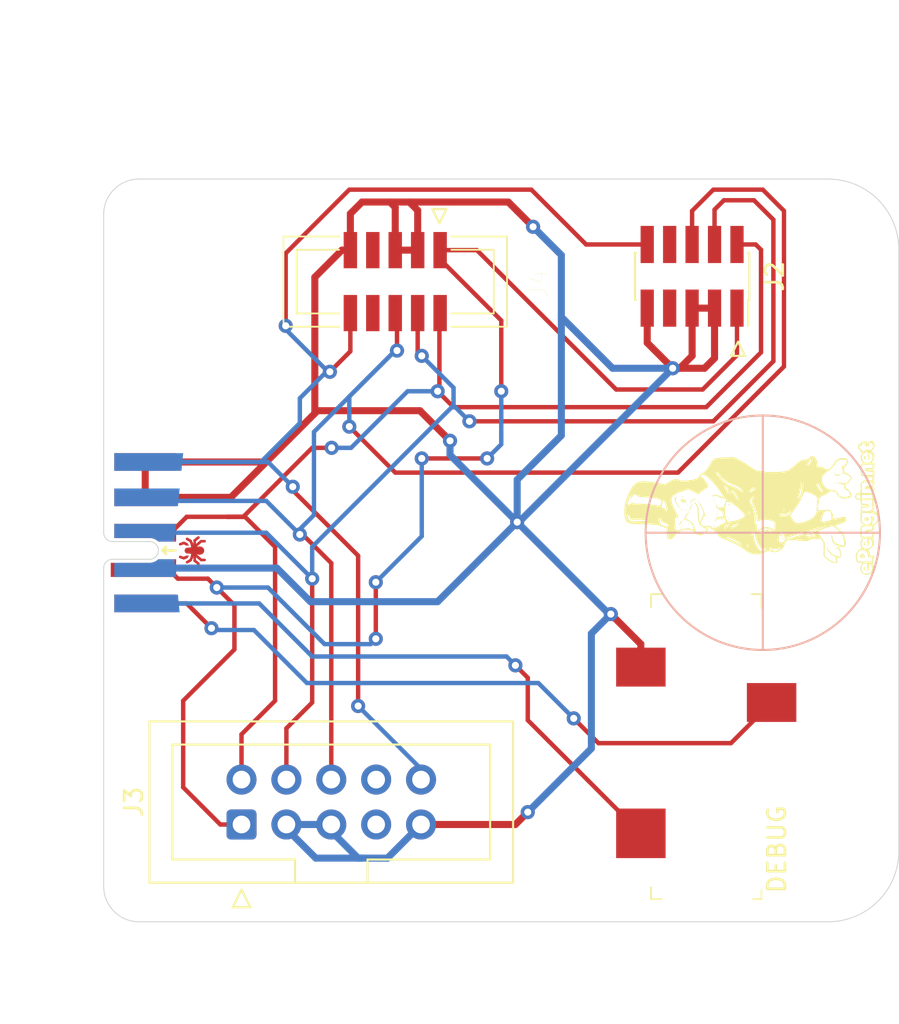
<source format=kicad_pcb>
(kicad_pcb (version 20171130) (host pcbnew "(5.1.5)-3")

  (general
    (thickness 1.6)
    (drawings 15)
    (tracks 227)
    (zones 0)
    (modules 8)
    (nets 11)
  )

  (page A4)
  (layers
    (0 F.Cu signal)
    (31 B.Cu signal)
    (32 B.Adhes user)
    (33 F.Adhes user)
    (34 B.Paste user)
    (35 F.Paste user)
    (36 B.SilkS user)
    (37 F.SilkS user)
    (38 B.Mask user)
    (39 F.Mask user)
    (40 Dwgs.User user)
    (41 Cmts.User user)
    (42 Eco1.User user)
    (43 Eco2.User user)
    (44 Edge.Cuts user)
    (45 Margin user)
    (46 B.CrtYd user)
    (47 F.CrtYd user)
    (48 B.Fab user)
    (49 F.Fab user)
  )

  (setup
    (last_trace_width 0.25)
    (trace_clearance 0.2)
    (zone_clearance 0.508)
    (zone_45_only no)
    (trace_min 0.2)
    (via_size 0.8)
    (via_drill 0.4)
    (via_min_size 0.4)
    (via_min_drill 0.3)
    (uvia_size 0.3)
    (uvia_drill 0.1)
    (uvias_allowed no)
    (uvia_min_size 0.2)
    (uvia_min_drill 0.1)
    (edge_width 0.05)
    (segment_width 0.2)
    (pcb_text_width 0.3)
    (pcb_text_size 1.5 1.5)
    (mod_edge_width 0.12)
    (mod_text_size 1 1)
    (mod_text_width 0.15)
    (pad_size 0.76 2.05)
    (pad_drill 0)
    (pad_to_mask_clearance 0)
    (aux_axis_origin 0 0)
    (visible_elements 7FFFFFFF)
    (pcbplotparams
      (layerselection 0x010f0_ffffffff)
      (usegerberextensions true)
      (usegerberattributes true)
      (usegerberadvancedattributes true)
      (creategerberjobfile false)
      (excludeedgelayer true)
      (linewidth 0.100000)
      (plotframeref false)
      (viasonmask false)
      (mode 1)
      (useauxorigin false)
      (hpglpennumber 1)
      (hpglpenspeed 20)
      (hpglpendiameter 15.000000)
      (psnegative false)
      (psa4output false)
      (plotreference true)
      (plotvalue true)
      (plotinvisibletext false)
      (padsonsilk false)
      (subtractmaskfromsilk false)
      (outputformat 1)
      (mirror false)
      (drillshape 0)
      (scaleselection 1)
      (outputdirectory "gerbers/"))
  )

  (net 0 "")
  (net 1 /DEBUG_RX)
  (net 2 GND)
  (net 3 /DEBUG_TX)
  (net 4 "Net-(J1-Pad6)")
  (net 5 "Net-(J1-Pad10)")
  (net 6 "Net-(J1-Pad4)")
  (net 7 "Net-(J1-Pad2)")
  (net 8 "Net-(J1-Pad1)")
  (net 9 "Net-(J2-Pad7)")
  (net 10 "Net-(J2-Pad8)")

  (net_class Default "This is the default net class."
    (clearance 0.2)
    (trace_width 0.25)
    (via_dia 0.8)
    (via_drill 0.4)
    (uvia_dia 0.3)
    (uvia_drill 0.1)
    (add_net /DEBUG_RX)
    (add_net /DEBUG_TX)
    (add_net "Net-(J1-Pad1)")
    (add_net "Net-(J1-Pad10)")
    (add_net "Net-(J1-Pad2)")
    (add_net "Net-(J1-Pad4)")
    (add_net "Net-(J1-Pad6)")
    (add_net "Net-(J2-Pad7)")
    (add_net "Net-(J2-Pad8)")
  )

  (net_class Power ""
    (clearance 0.2)
    (trace_width 0.4)
    (via_dia 0.8)
    (via_drill 0.4)
    (uvia_dia 0.3)
    (uvia_drill 0.1)
    (add_net GND)
  )

  (module plib:epenguin_logo (layer F.Cu) (tedit 0) (tstamp 5FC4BDCA)
    (at 136.9 66.7 90)
    (fp_text reference G*** (at 0 0 90) (layer F.SilkS) hide
      (effects (font (size 1.524 1.524) (thickness 0.3)))
    )
    (fp_text value LOGO (at 0.75 0 90) (layer F.SilkS) hide
      (effects (font (size 1.524 1.524) (thickness 0.3)))
    )
    (fp_poly (pts (xy 0.086749 -6.424058) (xy 0.323892 -6.39279) (xy 0.434502 -6.368272) (xy 0.642631 -6.301386)
      (xy 0.866323 -6.208284) (xy 1.083779 -6.100203) (xy 1.273199 -5.988383) (xy 1.412786 -5.884062)
      (xy 1.452982 -5.843214) (xy 1.534486 -5.715368) (xy 1.588212 -5.575768) (xy 1.591514 -5.560324)
      (xy 1.60534 -5.385382) (xy 1.59627 -5.146895) (xy 1.565768 -4.862404) (xy 1.515299 -4.549451)
      (xy 1.500859 -4.474473) (xy 1.430028 -4.11782) (xy 1.582848 -3.895659) (xy 1.69871 -3.683629)
      (xy 1.734959 -3.500004) (xy 1.69164 -3.344504) (xy 1.677131 -3.321934) (xy 1.648325 -3.257131)
      (xy 1.636703 -3.158021) (xy 1.641183 -3.005827) (xy 1.651502 -2.877336) (xy 1.687601 -2.603763)
      (xy 1.738976 -2.39648) (xy 1.803603 -2.261076) (xy 1.879458 -2.203136) (xy 1.896411 -2.201333)
      (xy 1.974697 -2.15956) (xy 2.051138 -2.036462) (xy 2.053264 -2.031784) (xy 2.162677 -1.876367)
      (xy 2.351329 -1.715112) (xy 2.614362 -1.551969) (xy 2.697495 -1.508113) (xy 2.805007 -1.434471)
      (xy 2.880849 -1.350302) (xy 2.883848 -1.344985) (xy 2.905385 -1.266685) (xy 2.926113 -1.124591)
      (xy 2.943551 -0.939561) (xy 2.954463 -0.751585) (xy 2.975052 -0.251658) (xy 2.820993 0.060059)
      (xy 2.717461 0.25251) (xy 2.594965 0.45575) (xy 2.48169 0.623412) (xy 2.361565 0.789625)
      (xy 2.281409 0.91573) (xy 2.23004 1.029089) (xy 2.196279 1.157065) (xy 2.168944 1.327021)
      (xy 2.156437 1.419408) (xy 2.131665 1.682955) (xy 2.122767 1.963413) (xy 2.128824 2.239769)
      (xy 2.148916 2.491011) (xy 2.182123 2.69613) (xy 2.217379 2.812576) (xy 2.282404 2.926153)
      (xy 2.387026 3.068792) (xy 2.50956 3.211137) (xy 2.519768 3.221927) (xy 2.673598 3.395244)
      (xy 2.770345 3.539223) (xy 2.820934 3.674953) (xy 2.836294 3.823526) (xy 2.836334 3.832947)
      (xy 2.858334 3.957782) (xy 2.936316 4.042766) (xy 2.94437 4.04817) (xy 3.026667 4.136124)
      (xy 3.03663 4.232996) (xy 2.984189 4.32767) (xy 2.879273 4.409029) (xy 2.731808 4.465956)
      (xy 2.552152 4.487334) (xy 2.440968 4.490169) (xy 2.397192 4.507811) (xy 2.403571 4.553962)
      (xy 2.420226 4.59212) (xy 2.442652 4.668341) (xy 2.426528 4.745088) (xy 2.364565 4.853062)
      (xy 2.354726 4.868029) (xy 2.284554 4.992411) (xy 2.269342 5.077543) (xy 2.281021 5.112493)
      (xy 2.378263 5.235473) (xy 2.52664 5.358143) (xy 2.6557 5.435598) (xy 2.801485 5.553889)
      (xy 2.89207 5.724622) (xy 2.921887 5.931645) (xy 2.894318 6.12775) (xy 2.838505 6.205298)
      (xy 2.739346 6.223766) (xy 2.612802 6.184495) (xy 2.479401 6.092869) (xy 2.335881 5.996997)
      (xy 2.216229 5.982051) (xy 2.120946 6.048002) (xy 2.079835 6.117167) (xy 2.00241 6.251141)
      (xy 1.911522 6.361242) (xy 1.826552 6.425996) (xy 1.793261 6.434667) (xy 1.723764 6.406256)
      (xy 1.628532 6.336295) (xy 1.532752 6.247693) (xy 1.461616 6.16336) (xy 1.439334 6.112781)
      (xy 1.40979 6.060672) (xy 1.340484 6.052723) (xy 1.260401 6.08368) (xy 1.198525 6.148285)
      (xy 1.194056 6.157261) (xy 1.091313 6.288937) (xy 0.929567 6.385732) (xy 0.844058 6.413221)
      (xy 0.757044 6.417804) (xy 0.702084 6.363102) (xy 0.685308 6.329429) (xy 0.644524 6.170879)
      (xy 0.639036 5.990167) (xy 0.720893 5.990167) (xy 0.733697 6.187542) (xy 0.772865 6.3066)
      (xy 0.839235 6.349755) (xy 0.845895 6.35) (xy 0.93967 6.322886) (xy 1.036301 6.257068)
      (xy 1.10932 6.17583) (xy 1.132263 6.102457) (xy 1.131457 6.098763) (xy 1.140162 6.045804)
      (xy 1.213442 6.021382) (xy 1.242227 6.018556) (xy 1.328861 6.009306) (xy 1.383679 5.985487)
      (xy 1.423827 5.928247) (xy 1.466455 5.818735) (xy 1.492292 5.743643) (xy 1.526767 5.646187)
      (xy 1.545526 5.605609) (xy 1.548681 5.628013) (xy 1.536343 5.7195) (xy 1.508624 5.886172)
      (xy 1.496235 5.95806) (xy 1.491207 6.053191) (xy 1.524323 6.134027) (xy 1.609331 6.232055)
      (xy 1.62101 6.24381) (xy 1.713675 6.32954) (xy 1.784336 6.382532) (xy 1.805517 6.391003)
      (xy 1.853714 6.359155) (xy 1.915745 6.287576) (xy 1.976015 6.1758) (xy 2.024289 6.038885)
      (xy 2.027909 6.024323) (xy 2.052205 5.935451) (xy 2.067833 5.905124) (xy 2.070081 5.912252)
      (xy 2.096348 5.936571) (xy 2.177361 5.93082) (xy 2.287786 5.905029) (xy 2.411246 5.874357)
      (xy 2.471072 5.86893) (xy 2.485126 5.891035) (xy 2.47573 5.929095) (xy 2.479751 5.998938)
      (xy 2.548524 6.067686) (xy 2.59036 6.094909) (xy 2.715595 6.162802) (xy 2.789652 6.172017)
      (xy 2.825498 6.114628) (xy 2.836101 5.98271) (xy 2.836334 5.944577) (xy 2.830213 5.79846)
      (xy 2.804171 5.703335) (xy 2.746685 5.625946) (xy 2.715329 5.595327) (xy 2.590689 5.49251)
      (xy 2.456152 5.399916) (xy 2.451596 5.397182) (xy 2.352375 5.313727) (xy 2.240502 5.183141)
      (xy 2.155639 5.058892) (xy 2.03077 4.883995) (xy 1.903942 4.782679) (xy 1.756908 4.74544)
      (xy 1.582906 4.760569) (xy 1.429024 4.819487) (xy 1.290011 4.924097) (xy 1.187565 5.052902)
      (xy 1.143379 5.184404) (xy 1.143 5.19645) (xy 1.113105 5.404013) (xy 1.028516 5.566316)
      (xy 0.916161 5.658693) (xy 0.800644 5.728505) (xy 0.742236 5.805086) (xy 0.722289 5.920091)
      (xy 0.720893 5.990167) (xy 0.639036 5.990167) (xy 0.638744 5.980557) (xy 0.668591 5.804066)
      (xy 0.677742 5.777424) (xy 0.750139 5.678194) (xy 0.843976 5.618391) (xy 0.976749 5.530786)
      (xy 1.044236 5.404271) (xy 1.043675 5.257023) (xy 0.972306 5.10722) (xy 0.929294 5.056729)
      (xy 0.840936 4.938167) (xy 0.793317 4.819396) (xy 0.790821 4.800858) (xy 0.781696 4.775125)
      (xy 1.022993 4.775125) (xy 1.063159 4.772194) (xy 1.155842 4.719473) (xy 1.218573 4.677834)
      (xy 1.32539 4.612957) (xy 1.408881 4.575587) (xy 1.427994 4.572) (xy 1.477709 4.54558)
      (xy 1.481667 4.529667) (xy 1.450986 4.494816) (xy 1.373367 4.500072) (xy 1.270446 4.535881)
      (xy 1.163856 4.592688) (xy 1.075233 4.66094) (xy 1.026319 4.73075) (xy 1.022993 4.775125)
      (xy 0.781696 4.775125) (xy 0.753685 4.696135) (xy 0.655855 4.619969) (xy 0.489979 4.568811)
      (xy 0.248707 4.539114) (xy 0.24854 4.539102) (xy -0.036859 4.518682) (xy -0.016766 4.85846)
      (xy -0.008244 5.028433) (xy -0.010519 5.135909) (xy -0.028359 5.202843) (xy -0.066531 5.251189)
      (xy -0.109879 5.287286) (xy -0.241616 5.354135) (xy -0.365542 5.376334) (xy -0.446419 5.38168)
      (xy -0.491683 5.407761) (xy -0.504308 5.469639) (xy -0.487269 5.582377) (xy -0.443539 5.761039)
      (xy -0.442383 5.765502) (xy -0.407675 5.948295) (xy -0.418487 6.06514) (xy -0.477638 6.123197)
      (xy -0.585778 6.12989) (xy -0.643939 6.112565) (xy -0.690517 6.065432) (xy -0.736508 5.971449)
      (xy -0.792907 5.813574) (xy -0.79615 5.803839) (xy -0.90033 5.490511) (xy -1.116915 5.725011)
      (xy -1.258903 5.865904) (xy -1.385395 5.956156) (xy -1.526711 6.016326) (xy -1.563433 6.027756)
      (xy -1.792722 6.084501) (xy -1.954533 6.096254) (xy -2.054279 6.061098) (xy -2.097373 5.977114)
      (xy -2.089226 5.842386) (xy -2.089057 5.841537) (xy -2.08075 5.75261) (xy -2.111278 5.720416)
      (xy -2.19267 5.741121) (xy -2.27852 5.781114) (xy -2.414323 5.823061) (xy -2.562835 5.834595)
      (xy -2.570774 5.83403) (xy -2.674529 5.819566) (xy -2.716073 5.78613) (xy -2.717849 5.713374)
      (xy -2.716553 5.701868) (xy -2.712898 5.624466) (xy -2.742189 5.597558) (xy -2.826968 5.60631)
      (xy -2.854136 5.611329) (xy -2.954136 5.6254) (xy -2.996302 5.605098) (xy -3.00414 5.544848)
      (xy -2.966718 5.544848) (xy -2.95504 5.568071) (xy -2.907174 5.567533) (xy -2.812807 5.542553)
      (xy -2.791208 5.535199) (xy -2.683951 5.4969) (xy -2.632905 5.47192) (xy -2.615085 5.443636)
      (xy -2.608692 5.403199) (xy -2.562176 5.308442) (xy -2.464935 5.203411) (xy -2.34426 5.110576)
      (xy -2.227448 5.052407) (xy -2.171681 5.043432) (xy -2.092862 5.048527) (xy -2.095681 5.055916)
      (xy -2.159 5.068112) (xy -2.290519 5.127285) (xy -2.423812 5.245771) (xy -2.53794 5.401319)
      (xy -2.601783 5.538682) (xy -2.647092 5.678556) (xy -2.661059 5.756746) (xy -2.641335 5.791115)
      (xy -2.585574 5.799526) (xy -2.567484 5.799667) (xy -2.440348 5.785129) (xy -2.3253 5.748525)
      (xy -2.246601 5.700371) (xy -2.227959 5.652538) (xy -2.217634 5.583518) (xy -2.197678 5.564575)
      (xy -2.165435 5.556757) (xy -2.173382 5.577023) (xy -2.16416 5.626009) (xy -2.128123 5.649368)
      (xy -2.050867 5.641233) (xy -1.984561 5.581775) (xy -1.959066 5.502199) (xy -1.964215 5.478067)
      (xy -1.944135 5.427864) (xy -1.87235 5.378804) (xy -1.768994 5.340898) (xy -1.648342 5.309131)
      (xy -1.534141 5.287797) (xy -1.450138 5.281189) (xy -1.420079 5.293601) (xy -1.421659 5.297318)
      (xy -1.478464 5.328875) (xy -1.520181 5.334) (xy -1.707243 5.367641) (xy -1.850382 5.47022)
      (xy -1.951933 5.644216) (xy -2.007731 5.852584) (xy -2.035836 6.011334) (xy -1.865441 6.011334)
      (xy -1.706653 5.99412) (xy -1.547707 5.952166) (xy -1.534444 5.947073) (xy -1.42943 5.887255)
      (xy -1.303991 5.790211) (xy -1.174487 5.672305) (xy -1.057278 5.549899) (xy -0.968722 5.439359)
      (xy -0.925181 5.357046) (xy -0.923883 5.336361) (xy -0.942151 5.267344) (xy -0.978868 5.140837)
      (xy -1.027216 4.98016) (xy -1.045289 4.92125) (xy -1.103215 4.745529) (xy -1.149751 4.63818)
      (xy -1.192558 4.585081) (xy -1.234758 4.572) (xy -1.353917 4.599398) (xy -1.506357 4.672428)
      (xy -1.665006 4.777343) (xy -1.710365 4.813482) (xy -1.77658 4.862634) (xy -1.845491 4.8921)
      (xy -1.93933 4.905918) (xy -2.080332 4.908125) (xy -2.214638 4.90505) (xy -2.596048 4.894047)
      (xy -2.757386 5.075853) (xy -2.846176 5.196904) (xy -2.916948 5.331074) (xy -2.960271 5.454883)
      (xy -2.966718 5.544848) (xy -3.00414 5.544848) (xy -3.005567 5.533882) (xy -3.005666 5.510801)
      (xy -2.974725 5.309108) (xy -2.876163 5.119581) (xy -2.759729 4.981533) (xy -2.670789 4.893151)
      (xy -2.600964 4.847151) (xy -2.518884 4.833379) (xy -2.393175 4.841681) (xy -2.343534 4.846825)
      (xy -2.100025 4.852607) (xy -1.889767 4.819322) (xy -1.731341 4.750898) (xy -1.678654 4.706169)
      (xy -1.633492 4.633208) (xy -1.638692 4.545794) (xy -1.654124 4.496568) (xy -1.675013 4.37187)
      (xy -1.566333 4.37187) (xy -1.537579 4.377611) (xy -1.468502 4.346406) (xy -1.384877 4.294221)
      (xy -1.312481 4.237017) (xy -1.277779 4.19317) (xy -1.296041 4.152563) (xy -1.31666 4.148667)
      (xy -1.38405 4.176649) (xy -1.468689 4.242174) (xy -1.539667 4.31761) (xy -1.566333 4.37187)
      (xy -1.675013 4.37187) (xy -1.6776 4.356428) (xy -1.657389 4.288588) (xy -1.641023 4.211187)
      (xy -1.679009 4.110281) (xy -1.688679 4.093813) (xy -1.524 4.093813) (xy -1.516569 4.166258)
      (xy -1.484765 4.166968) (xy -1.4605 4.148667) (xy -1.413531 4.069631) (xy -1.397 3.97415)
      (xy -1.408384 3.887226) (xy -1.434804 3.852334) (xy -1.48334 3.890683) (xy -1.515579 3.990529)
      (xy -1.524 4.093813) (xy -1.688679 4.093813) (xy -1.70184 4.071403) (xy -1.737908 4.008244)
      (xy -1.760254 3.946791) (xy -1.769801 3.869197) (xy -1.767473 3.757613) (xy -1.754195 3.594193)
      (xy -1.736024 3.411341) (xy -1.712723 3.157205) (xy -1.706861 2.972052) (xy -1.724696 2.840939)
      (xy -1.772484 2.748925) (xy -1.817996 2.712156) (xy -1.666419 2.712156) (xy -1.66113 2.757325)
      (xy -1.634121 2.86632) (xy -1.589861 3.022449) (xy -1.536867 3.196167) (xy -1.386612 3.67322)
      (xy -1.2598 4.073711) (xy -1.155002 4.402006) (xy -1.070787 4.662473) (xy -1.005726 4.85948)
      (xy -0.958388 4.997394) (xy -0.927343 5.080584) (xy -0.911162 5.113416) (xy -0.908923 5.114034)
      (xy -0.916177 5.07095) (xy -0.944435 4.956985) (xy -0.990878 4.782504) (xy -1.006101 4.727176)
      (xy -0.691398 4.727176) (xy -0.690529 4.773336) (xy -0.672581 4.878575) (xy -0.642032 5.017534)
      (xy -0.576441 5.291667) (xy -0.395703 5.291667) (xy -0.244058 5.273131) (xy -0.139896 5.210528)
      (xy -0.128649 5.199018) (xy -0.057375 5.100295) (xy -0.055364 5.012913) (xy -0.123406 4.90987)
      (xy -0.137583 4.893754) (xy -0.269566 4.801552) (xy -0.454003 4.749202) (xy -0.58058 4.730593)
      (xy -0.668029 4.723895) (xy -0.691398 4.727176) (xy -1.006101 4.727176) (xy -1.052686 4.55787)
      (xy -1.12704 4.293449) (xy -1.211117 3.999605) (xy -1.2287 3.938743) (xy -1.335682 3.57197)
      (xy -1.391978 3.383823) (xy -0.764405 3.383823) (xy -0.745052 3.536846) (xy -0.694882 3.728233)
      (xy -0.585053 4.026264) (xy -0.451351 4.245007) (xy -0.290955 4.387185) (xy -0.101045 4.455519)
      (xy 0.0635 4.459852) (xy 0.237223 4.456586) (xy 0.415747 4.471235) (xy 0.465667 4.479689)
      (xy 0.587961 4.499145) (xy 0.665694 4.487109) (xy 0.736176 4.433677) (xy 0.770424 4.398779)
      (xy 0.84996 4.286388) (xy 0.922963 4.135965) (xy 0.950341 4.058066) (xy 0.987198 3.925262)
      (xy 0.99148 3.906834) (xy 2.471389 3.906834) (xy 2.483407 3.945288) (xy 2.545809 4.006477)
      (xy 2.634635 4.072621) (xy 2.725925 4.125937) (xy 2.79572 4.148644) (xy 2.797248 4.148667)
      (xy 2.864377 4.141194) (xy 2.878667 4.131523) (xy 2.845407 4.099391) (xy 2.763243 4.046333)
      (xy 2.658601 3.986928) (xy 2.557906 3.935754) (xy 2.487585 3.90739) (xy 2.471389 3.906834)
      (xy 0.99148 3.906834) (xy 1.011021 3.822743) (xy 1.016 3.786901) (xy 0.979704 3.744695)
      (xy 0.886932 3.691806) (xy 0.814917 3.66148) (xy 0.528516 3.53241) (xy 0.294927 3.391726)
      (xy 0.600672 3.391726) (xy 0.613402 3.419792) (xy 0.617364 3.424184) (xy 0.72777 3.499785)
      (xy 0.897834 3.564476) (xy 1.102639 3.611353) (xy 1.317272 3.633512) (xy 1.375834 3.634347)
      (xy 1.672167 3.631987) (xy 1.354667 3.578104) (xy 1.033746 3.515853) (xy 0.777527 3.447989)
      (xy 0.656167 3.406194) (xy 0.600672 3.391726) (xy 0.294927 3.391726) (xy 0.229972 3.352606)
      (xy -0.030215 3.164855) (xy -0.15799 3.069671) (xy -0.259952 2.998726) (xy -0.317782 2.964635)
      (xy -0.322842 2.963334) (xy -0.37192 2.984523) (xy -0.468 3.039285) (xy -0.55721 3.094747)
      (xy -0.674653 3.181954) (xy -0.742328 3.271919) (xy -0.764405 3.383823) (xy -1.391978 3.383823)
      (xy -1.423017 3.280088) (xy -1.493149 3.056255) (xy -1.548517 2.893628) (xy -1.591566 2.785365)
      (xy -1.624735 2.724622) (xy -1.650468 2.704557) (xy -1.666419 2.712156) (xy -1.817996 2.712156)
      (xy -1.85648 2.681065) (xy -1.982941 2.622419) (xy -2.08183 2.585428) (xy -2.176089 2.520227)
      (xy -2.19459 2.49831) (xy -1.847997 2.49831) (xy -1.813892 2.611397) (xy -1.724785 2.660128)
      (xy -1.580819 2.644387) (xy -1.475394 2.606995) (xy -1.464573 2.601184) (xy -0.338018 2.601184)
      (xy -0.327968 2.748549) (xy -0.287724 2.852008) (xy -0.225336 2.928825) (xy -0.148623 2.99913)
      (xy -0.097672 3.028004) (xy -0.091114 3.026225) (xy -0.1021 2.984855) (xy -0.157158 2.912856)
      (xy -0.162111 2.907521) (xy -0.215519 2.832933) (xy -0.243924 2.736167) (xy -0.254128 2.590007)
      (xy -0.254203 2.582334) (xy -0.084666 2.582334) (xy -0.052452 2.623437) (xy -0.042333 2.624667)
      (xy -0.00123 2.592452) (xy 0 2.582334) (xy -0.032214 2.54123) (xy -0.042333 2.54)
      (xy -0.083436 2.572215) (xy -0.084666 2.582334) (xy -0.254203 2.582334) (xy -0.254648 2.537272)
      (xy -0.259144 2.389323) (xy -0.27238 2.3208) (xy -0.295331 2.326815) (xy -0.296333 2.328334)
      (xy -0.320684 2.406459) (xy -0.335738 2.532342) (xy -0.338018 2.601184) (xy -1.464573 2.601184)
      (xy -1.359321 2.544667) (xy -1.265027 2.47027) (xy -1.210965 2.401251) (xy -1.212076 2.358035)
      (xy -1.259875 2.362513) (xy -1.339221 2.410005) (xy -1.344878 2.414387) (xy -1.428543 2.469971)
      (xy -1.492797 2.496659) (xy -1.51946 2.490385) (xy -1.490349 2.447083) (xy -1.490133 2.446867)
      (xy -1.442377 2.374117) (xy -1.472459 2.326704) (xy -1.582211 2.302699) (xy -1.629834 2.299816)
      (xy -1.745071 2.301119) (xy -1.816495 2.312899) (xy -1.826959 2.320983) (xy -1.847997 2.49831)
      (xy -2.19459 2.49831) (xy -2.275681 2.402252) (xy -2.310067 2.34837) (xy -2.375063 2.229705)
      (xy -2.402324 2.140394) (xy -2.400612 2.10392) (xy -2.328333 2.10392) (xy -2.314183 2.188466)
      (xy -2.279627 2.290547) (xy -2.236504 2.383506) (xy -2.196653 2.440687) (xy -2.176854 2.444966)
      (xy -2.177039 2.397005) (xy -2.20159 2.303809) (xy -2.206237 2.290129) (xy -2.234344 2.103992)
      (xy -2.207406 1.896208) (xy -2.179239 1.80975) (xy -2.173427 1.74906) (xy -2.192663 1.735667)
      (xy -2.235274 1.772798) (xy -2.27914 1.865042) (xy -2.31368 1.983678) (xy -2.328312 2.099985)
      (xy -2.328333 2.10392) (xy -2.400612 2.10392) (xy -2.397669 2.041228) (xy -2.373383 1.92177)
      (xy -2.346382 1.778989) (xy -2.34681 1.677639) (xy -2.378147 1.577945) (xy -2.409368 1.510336)
      (xy -2.445665 1.406344) (xy -2.36004 1.406344) (xy -2.35035 1.477798) (xy -2.314471 1.578058)
      (xy -2.276098 1.604055) (xy -2.248915 1.554347) (xy -2.243666 1.489046) (xy -2.209735 1.363478)
      (xy -2.148292 1.279826) (xy -2.029989 1.194548) (xy -1.941239 1.147041) (xy -1.27452 1.147041)
      (xy -1.272579 1.200065) (xy -1.227096 1.29209) (xy -1.164969 1.460002) (xy -1.150374 1.663696)
      (xy -1.18452 1.868082) (xy -1.205222 1.926167) (xy -1.22236 1.981754) (xy -1.196019 1.970065)
      (xy -1.188397 1.963217) (xy -1.1417 1.893947) (xy -1.091473 1.782661) (xy -1.081389 1.754809)
      (xy -1.051168 1.554146) (xy -1.102043 1.354383) (xy -1.163677 1.243639) (xy -1.234275 1.158552)
      (xy -1.27452 1.147041) (xy -1.941239 1.147041) (xy -1.864427 1.105925) (xy -1.79839 1.07762)
      (xy -1.185333 1.07762) (xy -1.163694 1.121158) (xy -1.109122 1.208437) (xy -1.0795 1.252861)
      (xy -0.991739 1.451561) (xy -0.979026 1.663837) (xy -1.042111 1.866697) (xy -1.058491 1.89544)
      (xy -1.11289 1.98942) (xy -1.141647 2.048381) (xy -1.143 2.05419) (xy -1.104732 2.065297)
      (xy -1.006157 2.072613) (xy -0.913668 2.074334) (xy -0.684336 2.074334) (xy -0.611524 1.883679)
      (xy -0.570648 1.705562) (xy -0.562318 1.49724) (xy -0.585261 1.295475) (xy -0.637382 1.138549)
      (xy -0.655352 1.090782) (xy -0.631193 1.067003) (xy -0.548144 1.058994) (xy -0.473783 1.058334)
      (xy -0.250526 1.032582) (xy 0.014738 0.959796) (xy 0.298591 0.846676) (xy 0.349349 0.82279)
      (xy 0.453096 0.776885) (xy 0.52124 0.77159) (xy 0.594223 0.810289) (xy 0.645683 0.847572)
      (xy 0.783167 0.94892) (xy 0.715095 0.844877) (xy 0.629902 0.748958) (xy 0.550522 0.691693)
      (xy 0.466647 0.665995) (xy 0.393712 0.700194) (xy 0.36609 0.724472) (xy 0.241067 0.804888)
      (xy 0.058097 0.878979) (xy -0.156103 0.93957) (xy -0.374816 0.979485) (xy -0.571328 0.991551)
      (xy -0.618766 0.988959) (xy -0.755378 0.980387) (xy -0.816082 0.986716) (xy -0.808476 1.008886)
      (xy -0.804333 1.011952) (xy -0.786307 1.038601) (xy -0.833444 1.052933) (xy -0.955132 1.057654)
      (xy -0.963083 1.057685) (xy -1.087292 1.061363) (xy -1.167958 1.070114) (xy -1.185333 1.07762)
      (xy -1.79839 1.07762) (xy -1.684397 1.02876) (xy -1.52269 0.977853) (xy -1.45406 0.966457)
      (xy -1.321998 0.956394) (xy -1.283171 0.611335) (xy -0.211666 0.611335) (xy -0.197715 0.6725)
      (xy -0.166693 0.656982) (xy 0.987659 0.656982) (xy 1.003439 0.709109) (xy 1.074233 0.805794)
      (xy 1.146197 0.901151) (xy 1.187724 0.974962) (xy 1.191099 0.987498) (xy 1.201409 0.990789)
      (xy 1.216415 0.932718) (xy 1.206867 0.832598) (xy 1.12882 0.736203) (xy 1.121099 0.729463)
      (xy 1.028157 0.661684) (xy 0.987659 0.656982) (xy -0.166693 0.656982) (xy -0.161059 0.654164)
      (xy -0.149974 0.637925) (xy -0.155283 0.583555) (xy -0.168643 0.571927) (xy -0.205458 0.581124)
      (xy -0.211666 0.611335) (xy -1.283171 0.611335) (xy -1.272429 0.515878) (xy -1.253576 0.332561)
      (xy -1.241542 0.182983) (xy -1.237595 0.085467) (xy -1.240668 0.057554) (xy -1.256978 0.0858)
      (xy -1.281941 0.180861) (xy -1.312064 0.32576) (xy -1.343854 0.503519) (xy -1.373819 0.697164)
      (xy -1.377221 0.721344) (xy -1.396778 0.838303) (xy -1.425695 0.891916) (xy -1.484211 0.902804)
      (xy -1.549193 0.896565) (xy -1.697748 0.910171) (xy -1.877842 0.9713) (xy -2.061592 1.067167)
      (xy -2.221111 1.184984) (xy -2.259753 1.222365) (xy -2.337801 1.319663) (xy -2.36004 1.406344)
      (xy -2.445665 1.406344) (xy -2.510603 1.220301) (xy -2.528514 0.942319) (xy -2.463344 0.678515)
      (xy -2.387705 0.55203) (xy -2.138882 0.55203) (xy -2.121656 0.57017) (xy -2.056169 0.56924)
      (xy -1.97558 0.553388) (xy -1.913047 0.526763) (xy -1.908528 0.523212) (xy -1.930941 0.512084)
      (xy -2.001279 0.508) (xy -2.094113 0.523263) (xy -2.138882 0.55203) (xy -2.387705 0.55203)
      (xy -2.315336 0.431016) (xy -2.281434 0.390114) (xy -2.154061 0.217902) (xy -2.148213 0.208253)
      (xy -1.982765 0.208253) (xy -1.949435 0.177807) (xy -1.923066 0.148167) (xy -1.844888 0.040554)
      (xy -1.807783 -0.021166) (xy -1.227666 -0.021166) (xy -1.2065 0) (xy -1.185333 -0.021166)
      (xy -1.2065 -0.042333) (xy -1.227666 -0.021166) (xy -1.807783 -0.021166) (xy -1.755363 -0.108357)
      (xy -1.690472 -0.232833) (xy -1.652273 -0.320983) (xy -1.00887 -0.320983) (xy -0.97546 -0.238757)
      (xy -0.901104 -0.109566) (xy -0.822122 0.01172) (xy -0.778981 0.059397) (xy -0.775237 0.034605)
      (xy -0.814443 -0.061517) (xy -0.846668 -0.127002) (xy -0.896347 -0.244328) (xy -0.91769 -0.336625)
      (xy -0.915277 -0.361782) (xy -0.920359 -0.401021) (xy -0.954656 -0.395481) (xy -1.000851 -0.367434)
      (xy -1.00887 -0.320983) (xy -1.652273 -0.320983) (xy -1.622153 -0.390488) (xy -1.568855 -0.541706)
      (xy -1.54576 -0.635) (xy -1.535956 -0.711778) (xy -1.542965 -0.724956) (xy -1.572515 -0.669386)
      (xy -1.616444 -0.5715) (xy -1.682436 -0.428107) (xy -1.769949 -0.246274) (xy -1.861323 -0.06262)
      (xy -1.87164 -0.042333) (xy -1.94591 0.105751) (xy -1.982271 0.186757) (xy -1.982765 0.208253)
      (xy -2.148213 0.208253) (xy -2.015605 -0.01054) (xy -1.879243 -0.270326) (xy -1.758152 -0.53657)
      (xy -1.675202 -0.754907) (xy -1.657081 -0.803169) (xy -1.012182 -0.803169) (xy -0.990072 -0.683093)
      (xy -0.928504 -0.577063) (xy -0.84718 -0.514376) (xy -0.81368 -0.508) (xy -0.786803 -0.514468)
      (xy -0.668603 -0.514468) (xy -0.658757 -0.378395) (xy -0.656886 -0.359922) (xy -0.62171 -0.153271)
      (xy -0.564493 0.040947) (xy -0.49292 0.205741) (xy -0.414674 0.324122) (xy -0.337441 0.3791)
      (xy -0.321764 0.381) (xy -0.27261 0.35236) (xy -0.229052 0.315747) (xy 0.9525 0.315747)
      (xy 1.084497 0.222469) (xy 1.191213 0.133148) (xy 1.274301 0.040548) (xy 1.279553 0.032845)
      (xy 1.326417 -0.061388) (xy 1.379708 -0.201005) (xy 1.412224 -0.30314) (xy 1.461178 -0.425042)
      (xy 1.539282 -0.570946) (xy 1.633659 -0.721868) (xy 1.731433 -0.858819) (xy 1.819725 -0.962814)
      (xy 1.88566 -1.014867) (xy 1.896743 -1.017522) (xy 1.945043 -1.043535) (xy 2.0284 -1.106254)
      (xy 2.053167 -1.126846) (xy 2.130977 -1.194862) (xy 2.146765 -1.219972) (xy 2.103562 -1.213458)
      (xy 2.074334 -1.205593) (xy 1.996209 -1.163307) (xy 1.880601 -1.076081) (xy 1.748484 -0.960222)
      (xy 1.704419 -0.918073) (xy 1.555039 -0.761768) (xy 1.454914 -0.62717) (xy 1.384892 -0.486098)
      (xy 1.35504 -0.403887) (xy 1.291558 -0.231827) (xy 1.219101 -0.08218) (xy 1.120541 0.077208)
      (xy 1.02756 0.21079) (xy 0.9525 0.315747) (xy -0.229052 0.315747) (xy -0.181184 0.275512)
      (xy -0.063067 0.164066) (xy 0.005395 0.09525) (xy 0.066592 0.029047) (xy 0.520947 0.029047)
      (xy 0.528884 0.036952) (xy 0.598114 0.006482) (xy 0.734626 -0.064169) (xy 0.740834 -0.067465)
      (xy 0.886166 -0.14643) (xy 1.003608 -0.213477) (xy 1.071819 -0.256345) (xy 1.077961 -0.261189)
      (xy 1.077813 -0.312179) (xy 1.013886 -0.39497) (xy 0.994967 -0.413327) (xy 0.935883 -0.464675)
      (xy 0.92723 -0.462774) (xy 0.94359 -0.441166) (xy 1.003445 -0.350488) (xy 0.998227 -0.285105)
      (xy 0.921181 -0.226353) (xy 0.854067 -0.193837) (xy 0.713358 -0.117521) (xy 0.582188 -0.026878)
      (xy 0.568317 -0.015428) (xy 0.520947 0.029047) (xy 0.066592 0.029047) (xy 0.145655 -0.056482)
      (xy 0.26869 -0.203701) (xy 0.367709 -0.336059) (xy 0.43592 -0.443211) (xy 0.466535 -0.514807)
      (xy 0.452761 -0.540502) (xy 0.41275 -0.525454) (xy 0.381009 -0.512761) (xy 0.410676 -0.550351)
      (xy 0.41275 -0.552589) (xy 0.417805 -0.55961) (xy 0.783167 -0.55961) (xy 0.980693 -0.554971)
      (xy 1.10087 -0.557799) (xy 1.181332 -0.584789) (xy 1.254883 -0.653065) (xy 1.316489 -0.73025)
      (xy 1.45476 -0.910166) (xy 1.306515 -0.771679) (xy 1.120225 -0.646281) (xy 0.970719 -0.596401)
      (xy 0.783167 -0.55961) (xy 0.417805 -0.55961) (xy 0.457913 -0.615314) (xy 0.465667 -0.638877)
      (xy 0.427013 -0.670459) (xy 0.325755 -0.698946) (xy 0.183949 -0.722356) (xy 0.023649 -0.738707)
      (xy -0.133089 -0.746015) (xy -0.264209 -0.7423) (xy -0.347657 -0.725577) (xy -0.363693 -0.713421)
      (xy -0.40071 -0.692855) (xy -0.420577 -0.715207) (xy -0.468806 -0.728631) (xy -0.537779 -0.679943)
      (xy -0.610503 -0.629888) (xy -0.656873 -0.626966) (xy -0.667975 -0.603485) (xy -0.668603 -0.514468)
      (xy -0.786803 -0.514468) (xy -0.77592 -0.517087) (xy -0.806885 -0.551817) (xy -0.836528 -0.573397)
      (xy -0.914834 -0.660719) (xy -0.96913 -0.77448) (xy -0.995508 -0.858476) (xy -1.007546 -0.865266)
      (xy -1.012182 -0.803169) (xy -1.657081 -0.803169) (xy -1.614499 -0.916575) (xy -1.548791 -1.030152)
      (xy -1.45428 -1.128712) (xy -1.340494 -1.220076) (xy -1.222115 -1.316472) (xy -1.136423 -1.397907)
      (xy -1.100832 -1.447716) (xy -1.100667 -1.449576) (xy -1.075116 -1.517214) (xy -1.042174 -1.563)
      (xy -0.985121 -1.649619) (xy -0.951696 -1.739401) (xy -0.949634 -1.80445) (xy -0.970814 -1.820333)
      (xy -1.011324 -1.786275) (xy -1.016 -1.759332) (xy -1.037531 -1.687076) (xy -1.102146 -1.687638)
      (xy -1.209879 -1.761025) (xy -1.267327 -1.812932) (xy -1.370686 -1.921301) (xy -1.422357 -2.011621)
      (xy -1.438798 -2.116087) (xy -1.439333 -2.149421) (xy -1.436973 -2.164487) (xy -1.346762 -2.164487)
      (xy -1.343882 -2.023735) (xy -1.30283 -1.92434) (xy -1.265299 -1.878829) (xy -1.190487 -1.809274)
      (xy -1.138264 -1.77812) (xy -1.136481 -1.778) (xy -1.09844 -1.812297) (xy -1.04214 -1.89885)
      (xy -1.016316 -1.946714) (xy -0.934905 -2.081434) (xy -0.841034 -2.172988) (xy -0.716987 -2.229303)
      (xy -0.545045 -2.258308) (xy -0.307489 -2.267929) (xy -0.298206 -2.268008) (xy -0.052461 -2.277294)
      (xy 0.126407 -2.303749) (xy 0.255251 -2.351985) (xy 0.350926 -2.426611) (xy 0.373076 -2.451665)
      (xy 0.41294 -2.491812) (xy 0.414052 -2.463076) (xy 0.41274 -2.457909) (xy 0.36954 -2.391213)
      (xy 0.287646 -2.315472) (xy 0.286316 -2.314475) (xy 0.215998 -2.274192) (xy 0.121151 -2.247279)
      (xy -0.017293 -2.230372) (xy -0.218401 -2.220111) (xy -0.255544 -2.218925) (xy -0.437291 -2.211949)
      (xy -0.584679 -2.203497) (xy -0.679038 -2.194804) (xy -0.703492 -2.189286) (xy -0.685596 -2.158649)
      (xy -0.610251 -2.110267) (xy -0.499855 -2.054542) (xy -0.37681 -2.001876) (xy -0.263516 -1.962672)
      (xy -0.182476 -1.947333) (xy -0.076737 -1.969918) (xy 0.059199 -2.027731) (xy 0.141349 -2.074333)
      (xy 0.256312 -2.143886) (xy 0.341957 -2.189553) (xy 0.371887 -2.20025) (xy 0.375852 -2.183014)
      (xy 0.321343 -2.140796) (xy 0.226985 -2.083597) (xy 0.111404 -2.021418) (xy -0.006774 -1.964262)
      (xy -0.108923 -1.922129) (xy -0.176416 -1.905022) (xy -0.177955 -1.905) (xy -0.27257 -1.885277)
      (xy -0.301244 -1.830916) (xy -0.307837 -1.78161) (xy -0.321637 -1.815343) (xy -0.324726 -1.826824)
      (xy -0.374254 -1.89693) (xy -0.473252 -1.979885) (xy -0.592899 -2.056314) (xy -0.704369 -2.106841)
      (xy -0.755909 -2.116666) (xy -0.840122 -2.095835) (xy -0.890745 -2.025341) (xy -0.912977 -1.893181)
      (xy -0.914273 -1.751148) (xy -0.915322 -1.601671) (xy -0.929588 -1.525309) (xy -0.959136 -1.51125)
      (xy -0.960029 -1.51158) (xy -1.008453 -1.496138) (xy -1.037602 -1.425268) (xy -1.042331 -1.327018)
      (xy -1.017497 -1.229439) (xy -1.01331 -1.221026) (xy -0.949074 -1.118547) (xy -0.865332 -1.006748)
      (xy -0.861544 -1.002168) (xy -0.793982 -0.893535) (xy -0.762328 -0.788646) (xy -0.762 -0.779918)
      (xy -0.735189 -0.697991) (xy -0.665436 -0.679206) (xy -0.568756 -0.725943) (xy -0.543083 -0.747394)
      (xy -0.475496 -0.827745) (xy -0.481145 -0.876528) (xy -0.537258 -0.889) (xy -0.581442 -0.895676)
      (xy -0.559274 -0.926376) (xy -0.526674 -0.9525) (xy -0.46967 -1.003417) (xy -0.480174 -1.041243)
      (xy -0.526674 -1.0795) (xy -0.581445 -1.126805) (xy -0.562102 -1.142529) (xy -0.505508 -1.144774)
      (xy -0.446952 -1.149617) (xy -0.450541 -1.168431) (xy -0.522191 -1.21216) (xy -0.550333 -1.227666)
      (xy -0.642592 -1.284379) (xy -0.661732 -1.308895) (xy -0.614222 -1.297897) (xy -0.508516 -1.2491)
      (xy -0.425174 -1.193078) (xy -0.401139 -1.122456) (xy -0.408925 -1.046053) (xy -0.408955 -0.921438)
      (xy -0.360747 -0.847425) (xy -0.296974 -0.81177) (xy -0.257972 -0.840239) (xy -0.197429 -0.871232)
      (xy -0.155365 -0.864738) (xy -0.099717 -0.864335) (xy -0.084666 -0.928825) (xy -0.05039 -1.025549)
      (xy 0.034838 -1.129062) (xy 0.144617 -1.211728) (xy 0.212857 -1.240244) (xy 0.284739 -1.252079)
      (xy 0.281002 -1.231557) (xy 0.203218 -1.181103) (xy 0.15875 -1.1568) (xy 0.076408 -1.10713)
      (xy 0.065682 -1.079347) (xy 0.097498 -1.067509) (xy 0.148484 -1.042068) (xy 0.124065 -0.991296)
      (xy 0.09686 -0.942676) (xy 0.1324 -0.930685) (xy 0.166974 -0.922211) (xy 0.129208 -0.89126)
      (xy 0.102304 -0.858079) (xy 0.144153 -0.823815) (xy 0.192708 -0.802718) (xy 0.328706 -0.747393)
      (xy 0.4445 -0.699068) (xy 0.556611 -0.662915) (xy 0.614495 -0.683283) (xy 0.63416 -0.769412)
      (xy 0.635 -0.809028) (xy 0.656364 -0.925996) (xy 0.70966 -1.062864) (xy 0.73025 -1.101754)
      (xy 0.787322 -1.215296) (xy 0.798655 -1.290774) (xy 0.774576 -1.349793) (xy 0.744996 -1.418219)
      (xy 0.774338 -1.451227) (xy 0.776812 -1.452203) (xy 0.817712 -1.434916) (xy 0.8375 -1.359815)
      (xy 0.835865 -1.251159) (xy 0.812495 -1.133207) (xy 0.781909 -1.0559) (xy 0.72869 -0.937214)
      (xy 0.721766 -0.872233) (xy 0.764732 -0.861492) (xy 0.86118 -0.905522) (xy 1.014703 -1.00486)
      (xy 1.165202 -1.112843) (xy 1.382113 -1.281541) (xy 1.581348 -1.453537) (xy 1.752267 -1.618037)
      (xy 1.88423 -1.764249) (xy 1.966594 -1.88138) (xy 1.989667 -1.949098) (xy 1.96531 -2.034173)
      (xy 1.927513 -2.097992) (xy 1.881395 -2.150739) (xy 1.865462 -2.135249) (xy 1.864013 -2.109846)
      (xy 1.834568 -2.046648) (xy 1.759257 -1.964632) (xy 1.654747 -1.875398) (xy 1.537705 -1.790545)
      (xy 1.424799 -1.721673) (xy 1.332697 -1.680382) (xy 1.278067 -1.67827) (xy 1.27 -1.696454)
      (xy 1.245856 -1.75093) (xy 1.182073 -1.851527) (xy 1.091623 -1.97803) (xy 1.076114 -1.998574)
      (xy 0.882227 -2.253518) (xy 1.018921 -2.531183) (xy 1.155616 -2.808849) (xy 1.040917 -3.161049)
      (xy 0.941965 -3.424026) (xy 0.840203 -3.608442) (xy 0.730988 -3.720384) (xy 0.609675 -3.765936)
      (xy 0.578041 -3.767666) (xy 0.362313 -3.741152) (xy 0.132369 -3.657303) (xy -0.08973 -3.535131)
      (xy -0.267926 -3.434607) (xy -0.386185 -3.390813) (xy -0.447074 -3.403371) (xy -0.453163 -3.471901)
      (xy -0.450832 -3.481916) (xy -0.442588 -3.527969) (xy -0.456854 -3.555311) (xy -0.509264 -3.567758)
      (xy -0.615451 -3.569128) (xy -0.784884 -3.563474) (xy -0.959512 -3.55531) (xy -1.067557 -3.543483)
      (xy -1.127078 -3.522439) (xy -1.156139 -3.486626) (xy -1.169158 -3.445351) (xy -1.161825 -3.32029)
      (xy -1.12583 -3.264083) (xy -1.081446 -3.178255) (xy -1.082805 -3.118152) (xy -1.08796 -3.031937)
      (xy -1.063875 -2.918772) (xy -1.062424 -2.914539) (xy -1.037145 -2.808884) (xy -1.058611 -2.73626)
      (xy -1.084399 -2.703919) (xy -1.13491 -2.609864) (xy -1.115194 -2.538601) (xy -1.036237 -2.510499)
      (xy -0.983855 -2.517473) (xy -0.894564 -2.551022) (xy -0.853722 -2.585463) (xy -0.805124 -2.621428)
      (xy -0.780499 -2.624666) (xy -0.72314 -2.660924) (xy -0.660028 -2.750313) (xy -0.605664 -2.863755)
      (xy -0.574549 -2.972173) (xy -0.575882 -3.034968) (xy -0.586659 -3.082551) (xy -0.561024 -3.055901)
      (xy -0.55906 -3.05316) (xy -0.502811 -3.015769) (xy -0.475442 -3.020791) (xy -0.420608 -3.011943)
      (xy -0.328579 -2.960183) (xy -0.274388 -2.920382) (xy -0.190938 -2.84808) (xy -0.152625 -2.802343)
      (xy -0.156951 -2.794) (xy -0.213802 -2.822501) (xy -0.275166 -2.878666) (xy -0.377268 -2.953835)
      (xy -0.472095 -2.944958) (xy -0.560423 -2.851846) (xy -0.588712 -2.801751) (xy -0.652628 -2.687602)
      (xy -0.719144 -2.608171) (xy -0.810062 -2.54704) (xy -0.947183 -2.487791) (xy -1.060651 -2.446333)
      (xy -1.3335 -2.349314) (xy -1.346762 -2.164487) (xy -1.436973 -2.164487) (xy -1.415044 -2.304448)
      (xy -1.349319 -2.412005) (xy -1.25287 -2.455161) (xy -1.245809 -2.455333) (xy -1.19853 -2.493342)
      (xy -1.185333 -2.579835) (xy -1.17098 -2.678543) (xy -1.138944 -2.733007) (xy -1.112753 -2.796284)
      (xy -1.116662 -2.928451) (xy -1.120489 -2.957755) (xy -1.160979 -3.173517) (xy -1.21672 -3.324752)
      (xy -1.297966 -3.431449) (xy -1.401859 -3.506202) (xy -1.537834 -3.611822) (xy -1.634637 -3.739981)
      (xy -1.678086 -3.868053) (xy -1.672069 -3.937307) (xy -1.650606 -3.972404) (xy -1.586206 -3.972404)
      (xy -1.585385 -3.95079) (xy -1.566333 -3.937) (xy -1.481344 -3.898015) (xy -1.428537 -3.922151)
      (xy -1.418166 -3.937) (xy -1.433914 -3.967484) (xy -1.510918 -3.978685) (xy -1.586206 -3.972404)
      (xy -1.650606 -3.972404) (xy -1.645489 -3.980771) (xy -1.613076 -3.995629) (xy -0.95311 -3.995629)
      (xy -0.949233 -3.974047) (xy -0.894526 -3.934886) (xy -0.834248 -3.972995) (xy -0.799 -4.038952)
      (xy -0.067582 -4.038952) (xy -0.037149 -4.022359) (xy 0.056375 -4.035485) (xy 0.220397 -4.078424)
      (xy 0.2569 -4.08901) (xy 0.389319 -4.131618) (xy 0.487817 -4.170322) (xy 0.521791 -4.189584)
      (xy 0.512198 -4.222005) (xy 0.4438 -4.259884) (xy 0.341177 -4.294007) (xy 0.228911 -4.31516)
      (xy 0.179246 -4.318) (xy 0.104058 -4.304553) (xy 0.092758 -4.251714) (xy 0.096933 -4.233333)
      (xy 0.094304 -4.163189) (xy 0.06472 -4.148666) (xy -0.005882 -4.118969) (xy -0.042333 -4.085166)
      (xy -0.067582 -4.038952) (xy -0.799 -4.038952) (xy -0.775991 -4.082005) (xy -0.757816 -4.134654)
      (xy -0.707428 -4.264423) (xy -0.643948 -4.3391) (xy -0.5493 -4.385433) (xy -0.444759 -4.42318)
      (xy 0.22487 -4.42318) (xy 0.280986 -4.371952) (xy 0.302404 -4.362524) (xy 0.437226 -4.325469)
      (xy 0.529542 -4.351169) (xy 0.59352 -4.447866) (xy 0.626142 -4.550833) (xy 0.65129 -4.682771)
      (xy 0.675786 -4.870827) (xy 0.696301 -5.086494) (xy 0.706516 -5.23875) (xy 0.720325 -5.453315)
      (xy 0.735718 -5.595502) (xy 0.75495 -5.677598) (xy 0.780279 -5.71189) (xy 0.793987 -5.715)
      (xy 0.836448 -5.743566) (xy 0.832185 -5.776344) (xy 0.834593 -5.819766) (xy 0.880573 -5.815411)
      (xy 0.892599 -5.82795) (xy 0.850112 -5.883264) (xy 0.783167 -5.949651) (xy 0.613834 -6.10617)
      (xy 0.762 -6.03564) (xy 0.910167 -5.965111) (xy 0.789145 -6.067568) (xy 0.669881 -6.147409)
      (xy 0.533246 -6.208657) (xy 0.404781 -6.243121) (xy 0.310028 -6.242611) (xy 0.285483 -6.229083)
      (xy 0.281885 -6.172369) (xy 0.354502 -6.083542) (xy 0.364774 -6.073936) (xy 0.429542 -6.005885)
      (xy 0.430165 -5.981696) (xy 0.41275 -5.985118) (xy 0.377854 -5.988502) (xy 0.355865 -5.961951)
      (xy 0.343769 -5.890814) (xy 0.338555 -5.76044) (xy 0.33736 -5.618421) (xy 0.329639 -5.34905)
      (xy 0.310003 -5.068075) (xy 0.281185 -4.803632) (xy 0.245918 -4.58386) (xy 0.229836 -4.511629)
      (xy 0.22487 -4.42318) (xy -0.444759 -4.42318) (xy -0.402166 -4.438559) (xy -0.529166 -4.441201)
      (xy -0.694715 -4.431942) (xy -0.801536 -4.386049) (xy -0.872631 -4.28899) (xy -0.906876 -4.202603)
      (xy -0.940897 -4.082607) (xy -0.95311 -3.995629) (xy -1.613076 -3.995629) (xy -1.587182 -4.007498)
      (xy -1.478254 -4.022815) (xy -1.341804 -4.030441) (xy -1.037166 -4.042833) (xy -0.934039 -4.339166)
      (xy -0.896 -4.456185) (xy -0.868169 -4.567141) (xy -0.848713 -4.689078) (xy -0.835796 -4.839035)
      (xy -0.827583 -5.034054) (xy -0.822239 -5.291176) (xy -0.820818 -5.390635) (xy -0.815797 -5.682667)
      (xy -0.808656 -5.862909) (xy -0.664575 -5.862909) (xy -0.658221 -5.641721) (xy -0.650529 -5.511288)
      (xy -0.636229 -5.307408) (xy -0.624543 -5.180609) (xy -0.613884 -5.123409) (xy -0.602666 -5.128327)
      (xy -0.589303 -5.187881) (xy -0.586013 -5.207) (xy -0.568751 -5.356574) (xy -0.557722 -5.542472)
      (xy -0.555426 -5.672666) (xy -0.555644 -5.828062) (xy -0.55488 -5.957093) (xy -0.553545 -6.023652)
      (xy -0.511649 -6.092896) (xy -0.401098 -6.165016) (xy -0.370416 -6.179412) (xy -0.271019 -6.228447)
      (xy -0.247757 -6.254814) (xy -0.282994 -6.262343) (xy -0.440018 -6.238768) (xy -0.572586 -6.168342)
      (xy -0.635322 -6.095397) (xy -0.657008 -6.011618) (xy -0.664575 -5.862909) (xy -0.808656 -5.862909)
      (xy -0.807088 -5.902459) (xy -0.790903 -6.062437) (xy -0.76345 -6.175028) (xy -0.720939 -6.252658)
      (xy -0.659579 -6.307754) (xy -0.57558 -6.352743) (xy -0.519943 -6.377009) (xy -0.362477 -6.416417)
      (xy -0.151143 -6.432017) (xy 0.086749 -6.424058)) (layer F.SilkS) (width 0.01))
    (fp_poly (pts (xy 2.013775 5.446729) (xy 1.993272 5.528059) (xy 1.97879 5.650745) (xy 1.99674 5.729143)
      (xy 2.019739 5.786876) (xy 2.014426 5.799667) (xy 1.979766 5.767271) (xy 1.948823 5.717783)
      (xy 1.909496 5.619281) (xy 1.926453 5.540094) (xy 1.967136 5.479675) (xy 2.007286 5.43124)
      (xy 2.013775 5.446729)) (layer F.SilkS) (width 0.01))
    (fp_poly (pts (xy 1.524 5.482167) (xy 1.502834 5.503334) (xy 1.481667 5.482167) (xy 1.502834 5.461)
      (xy 1.524 5.482167)) (layer F.SilkS) (width 0.01))
    (fp_poly (pts (xy 2.116667 5.482167) (xy 2.0955 5.503334) (xy 2.074334 5.482167) (xy 2.0955 5.461)
      (xy 2.116667 5.482167)) (layer F.SilkS) (width 0.01))
    (fp_poly (pts (xy -2.032 5.482167) (xy -2.053166 5.503334) (xy -2.074333 5.482167) (xy -2.053166 5.461)
      (xy -2.032 5.482167)) (layer F.SilkS) (width 0.01))
    (fp_poly (pts (xy -1.834444 5.051778) (xy -1.840255 5.076945) (xy -1.862666 5.08) (xy -1.897512 5.064511)
      (xy -1.890889 5.051778) (xy -1.840649 5.046711) (xy -1.834444 5.051778)) (layer F.SilkS) (width 0.01))
    (fp_poly (pts (xy -1.577798 2.514424) (xy -1.590424 2.533665) (xy -1.633361 2.536658) (xy -1.678532 2.526319)
      (xy -1.658937 2.511082) (xy -1.592775 2.506035) (xy -1.577798 2.514424)) (layer F.SilkS) (width 0.01))
    (fp_poly (pts (xy 0.272968 -0.524152) (xy 0.332555 -0.489991) (xy 0.322573 -0.467902) (xy 0.298832 -0.465666)
      (xy 0.241427 -0.496412) (xy 0.233133 -0.507515) (xy 0.239947 -0.531571) (xy 0.272968 -0.524152)) (layer F.SilkS) (width 0.01))
    (fp_poly (pts (xy -0.508 -0.529166) (xy -0.529166 -0.508) (xy -0.550333 -0.529166) (xy -0.529166 -0.550333)
      (xy -0.508 -0.529166)) (layer F.SilkS) (width 0.01))
    (fp_poly (pts (xy -0.423333 -0.613833) (xy -0.4445 -0.592666) (xy -0.465666 -0.613833) (xy -0.4445 -0.635)
      (xy -0.423333 -0.613833)) (layer F.SilkS) (width 0.01))
    (fp_poly (pts (xy -0.098778 -1.171222) (xy -0.104589 -1.146055) (xy -0.127 -1.143) (xy -0.161845 -1.158489)
      (xy -0.155222 -1.171222) (xy -0.104982 -1.176289) (xy -0.098778 -1.171222)) (layer F.SilkS) (width 0.01))
    (fp_poly (pts (xy -0.225778 -1.213555) (xy -0.231589 -1.188388) (xy -0.254 -1.185333) (xy -0.288845 -1.200822)
      (xy -0.282222 -1.213555) (xy -0.231982 -1.218622) (xy -0.225778 -1.213555)) (layer F.SilkS) (width 0.01))
    (fp_poly (pts (xy 0.381 -1.291166) (xy 0.359834 -1.27) (xy 0.338667 -1.291166) (xy 0.359834 -1.312333)
      (xy 0.381 -1.291166)) (layer F.SilkS) (width 0.01))
    (fp_poly (pts (xy -0.909046 -1.388824) (xy -0.92175 -1.357333) (xy -0.961257 -1.336222) (xy -1.010715 -1.323333)
      (xy -0.990425 -1.354344) (xy -0.984955 -1.35992) (xy -0.929451 -1.393358) (xy -0.909046 -1.388824)) (layer F.SilkS) (width 0.01))
    (fp_poly (pts (xy 0.508 -1.3335) (xy 0.486834 -1.312333) (xy 0.465667 -1.3335) (xy 0.486834 -1.354666)
      (xy 0.508 -1.3335)) (layer F.SilkS) (width 0.01))
    (fp_poly (pts (xy 0.635 -1.375833) (xy 0.613834 -1.354666) (xy 0.592667 -1.375833) (xy 0.613834 -1.397)
      (xy 0.635 -1.375833)) (layer F.SilkS) (width 0.01))
    (fp_poly (pts (xy 0.493889 -2.229555) (xy 0.488078 -2.204388) (xy 0.465667 -2.201333) (xy 0.430822 -2.216822)
      (xy 0.437445 -2.229555) (xy 0.487684 -2.234622) (xy 0.493889 -2.229555)) (layer F.SilkS) (width 0.01))
    (fp_poly (pts (xy 0.592667 -2.307166) (xy 0.5715 -2.286) (xy 0.550334 -2.307166) (xy 0.5715 -2.328333)
      (xy 0.592667 -2.307166)) (layer F.SilkS) (width 0.01))
    (fp_poly (pts (xy 0.480932 -2.675053) (xy 0.556109 -2.59406) (xy 0.611099 -2.499124) (xy 0.622576 -2.42736)
      (xy 0.606832 -2.381267) (xy 0.599222 -2.415166) (xy 0.597578 -2.441677) (xy 0.562297 -2.53107)
      (xy 0.483903 -2.619381) (xy 0.481124 -2.621594) (xy 0.4177 -2.679484) (xy 0.405789 -2.708537)
      (xy 0.410245 -2.709333) (xy 0.480932 -2.675053)) (layer F.SilkS) (width 0.01))
    (fp_poly (pts (xy 0.003804 -2.73899) (xy 0.130956 -2.682947) (xy 0.236638 -2.655642) (xy 0.359834 -2.637352)
      (xy 0.232834 -2.631951) (xy 0.097276 -2.658663) (xy 0 -2.715298) (xy -0.105833 -2.804047)
      (xy 0.003804 -2.73899)) (layer F.SilkS) (width 0.01))
    (fp_poly (pts (xy -0.776111 -2.779889) (xy -0.781922 -2.754722) (xy -0.804333 -2.751666) (xy -0.839178 -2.767156)
      (xy -0.832555 -2.779889) (xy -0.782316 -2.784955) (xy -0.776111 -2.779889)) (layer F.SilkS) (width 0.01))
    (fp_poly (pts (xy 0.324556 -2.864555) (xy 0.318745 -2.839388) (xy 0.296334 -2.836333) (xy 0.261488 -2.851822)
      (xy 0.268111 -2.864555) (xy 0.318351 -2.869622) (xy 0.324556 -2.864555)) (layer F.SilkS) (width 0.01))
    (fp_poly (pts (xy 0.580283 -3.210107) (xy 0.598067 -3.189282) (xy 0.633111 -3.129875) (xy 0.603435 -3.10115)
      (xy 0.60325 -3.101088) (xy 0.554302 -3.048918) (xy 0.550334 -3.025804) (xy 0.522166 -2.95372)
      (xy 0.45176 -2.948732) (xy 0.426299 -2.9615) (xy 0.393071 -2.999436) (xy 0.402452 -3.064958)
      (xy 0.428071 -3.12804) (xy 0.480085 -3.227729) (xy 0.524887 -3.252946) (xy 0.580283 -3.210107)) (layer F.SilkS) (width 0.01))
    (fp_poly (pts (xy 0 -2.9845) (xy -0.021166 -2.963333) (xy -0.042333 -2.9845) (xy -0.021166 -3.005666)
      (xy 0 -2.9845)) (layer F.SilkS) (width 0.01))
    (fp_poly (pts (xy 0.746909 -3.213223) (xy 0.749003 -3.205944) (xy 0.755201 -3.113729) (xy 0.747435 -3.078944)
      (xy 0.733537 -3.077537) (xy 0.727862 -3.143808) (xy 0.72792 -3.153833) (xy 0.734024 -3.21949)
      (xy 0.746909 -3.213223)) (layer F.SilkS) (width 0.01))
    (fp_poly (pts (xy -0.860778 -3.160889) (xy -0.866589 -3.135722) (xy -0.889 -3.132666) (xy -0.923845 -3.148156)
      (xy -0.917222 -3.160889) (xy -0.866982 -3.165955) (xy -0.860778 -3.160889)) (layer F.SilkS) (width 0.01))
    (fp_poly (pts (xy -0.795476 -3.318441) (xy -0.707591 -3.254659) (xy -0.690277 -3.239838) (xy -0.611137 -3.165707)
      (xy -0.597952 -3.141803) (xy -0.648573 -3.168052) (xy -0.757677 -3.242125) (xy -0.835125 -3.303873)
      (xy -0.862458 -3.340235) (xy -0.855288 -3.344333) (xy -0.795476 -3.318441)) (layer F.SilkS) (width 0.01))
    (fp_poly (pts (xy 0.029052 -3.189988) (xy 0.021167 -3.175) (xy -0.01872 -3.134571) (xy -0.026163 -3.132666)
      (xy -0.029052 -3.160012) (xy -0.021166 -3.175) (xy 0.018721 -3.215428) (xy 0.026164 -3.217333)
      (xy 0.029052 -3.189988)) (layer F.SilkS) (width 0.01))
    (fp_poly (pts (xy -0.973666 -3.280833) (xy -0.994833 -3.259666) (xy -1.016 -3.280833) (xy -0.994833 -3.302)
      (xy -0.973666 -3.280833)) (layer F.SilkS) (width 0.01))
    (fp_poly (pts (xy 0.702582 -3.559272) (xy 0.719667 -3.514636) (xy 0.692407 -3.494996) (xy 0.642968 -3.518515)
      (xy 0.544691 -3.533088) (xy 0.408021 -3.488698) (xy 0.248562 -3.391593) (xy 0.169334 -3.328798)
      (xy 0.0635 -3.2385) (xy 0.161074 -3.349535) (xy 0.269794 -3.446514) (xy 0.396967 -3.521494)
      (xy 0.523931 -3.568957) (xy 0.632024 -3.583389) (xy 0.702582 -3.559272)) (layer F.SilkS) (width 0.01))
    (fp_poly (pts (xy 0.592667 -6.117166) (xy 0.5715 -6.096) (xy 0.550334 -6.117166) (xy 0.5715 -6.138333)
      (xy 0.592667 -6.117166)) (layer F.SilkS) (width 0.01))
    (fp_poly (pts (xy 0.508 -6.1595) (xy 0.486834 -6.138333) (xy 0.465667 -6.1595) (xy 0.486834 -6.180666)
      (xy 0.508 -6.1595)) (layer F.SilkS) (width 0.01))
  )

  (module plib:epenguin_text_small (layer F.Cu) (tedit 0) (tstamp 5FC4BDC1)
    (at 144.2 66.6 90)
    (fp_text reference G*** (at 0 0 90) (layer F.SilkS) hide
      (effects (font (size 1.524 1.524) (thickness 0.3)))
    )
    (fp_text value LOGO (at 0.75 0 90) (layer F.SilkS) hide
      (effects (font (size 1.524 1.524) (thickness 0.3)))
    )
    (fp_poly (pts (xy 0.687855 -0.668632) (xy 0.690729 -0.667936) (xy 0.76747 -0.629037) (xy 0.828658 -0.562088)
      (xy 0.86356 -0.480765) (xy 0.867833 -0.442262) (xy 0.867833 -0.359833) (xy 0.989542 -0.357399)
      (xy 1.084243 -0.356766) (xy 1.189397 -0.357874) (xy 1.239852 -0.359137) (xy 1.316779 -0.359023)
      (xy 1.36843 -0.349424) (xy 1.411585 -0.325711) (xy 1.438522 -0.304351) (xy 1.513663 -0.21751)
      (xy 1.557584 -0.114824) (xy 1.566333 -0.045027) (xy 1.569156 -0.005311) (xy 1.58573 0.010079)
      (xy 1.628209 0.008738) (xy 1.648256 0.00615) (xy 1.708884 0.004374) (xy 1.743132 0.016597)
      (xy 1.744755 0.018748) (xy 1.769369 0.042702) (xy 1.787514 0.02594) (xy 1.798555 -0.030326)
      (xy 1.801671 -0.089958) (xy 1.805235 -0.172261) (xy 1.811829 -0.24691) (xy 1.817745 -0.28575)
      (xy 1.820006 -0.296333) (xy 1.862667 -0.296333) (xy 1.862667 0.3175) (xy 2.053167 0.3175)
      (xy 2.053167 0.139928) (xy 2.059436 0.01741) (xy 2.078709 -0.066051) (xy 2.111687 -0.111904)
      (xy 2.159069 -0.121597) (xy 2.177401 -0.117294) (xy 2.217953 -0.091906) (xy 2.244844 -0.042402)
      (xy 2.259868 0.036906) (xy 2.264817 0.151708) (xy 2.264833 0.160128) (xy 2.264833 0.3175)
      (xy 2.455333 0.3175) (xy 2.457841 0.111125) (xy 2.458578 -0.020569) (xy 2.45745 -0.064187)
      (xy 2.545398 -0.064187) (xy 2.549437 0.045389) (xy 2.581567 0.142438) (xy 2.643503 0.232643)
      (xy 2.728851 0.291555) (xy 2.829892 0.316566) (xy 2.938908 0.305072) (xy 2.997908 0.28299)
      (xy 3.054725 0.247963) (xy 3.098449 0.206748) (xy 3.12085 0.168846) (xy 3.116595 0.145967)
      (xy 3.079915 0.127664) (xy 3.028114 0.116752) (xy 2.97971 0.115524) (xy 2.953516 0.125761)
      (xy 2.918883 0.146325) (xy 2.864629 0.146448) (xy 2.805462 0.13045) (xy 2.756095 0.102657)
      (xy 2.731238 0.067391) (xy 2.7305 0.060219) (xy 2.75017 0.052711) (xy 2.803206 0.046755)
      (xy 2.880651 0.043108) (xy 2.942167 0.042333) (xy 3.038265 0.041897) (xy 3.099731 0.039432)
      (xy 3.134265 0.033201) (xy 3.149567 0.021468) (xy 3.153338 0.002497) (xy 3.153368 -0.005292)
      (xy 3.138596 -0.080504) (xy 3.101788 -0.160256) (xy 3.063119 -0.213139) (xy 3.196167 -0.213139)
      (xy 3.200219 -0.157412) (xy 3.216607 -0.131176) (xy 3.242152 -0.123181) (xy 3.265828 -0.116541)
      (xy 3.279093 -0.099073) (xy 3.284355 -0.061355) (xy 3.284017 0.006035) (xy 3.283065 0.037059)
      (xy 3.282157 0.141916) (xy 3.289574 0.213477) (xy 3.308195 0.260427) (xy 3.340897 0.291453)
      (xy 3.372812 0.307959) (xy 3.448114 0.333328) (xy 3.512591 0.333324) (xy 3.570458 0.316027)
      (xy 3.643857 0.28065) (xy 3.680173 0.240641) (xy 3.684553 0.188355) (xy 3.67711 0.157586)
      (xy 3.653484 0.100972) (xy 3.629762 0.086089) (xy 3.608917 0.105833) (xy 3.575716 0.126145)
      (xy 3.53165 0.119231) (xy 3.494939 0.088626) (xy 3.491652 0.083082) (xy 3.478762 0.028975)
      (xy 3.481891 -0.042147) (xy 3.482184 -0.043918) (xy 3.494032 -0.097333) (xy 3.514565 -0.120925)
      (xy 3.557951 -0.12685) (xy 3.579027 -0.127) (xy 3.632892 -0.130126) (xy 3.656519 -0.144418)
      (xy 3.661832 -0.177246) (xy 3.661833 -0.178186) (xy 3.653629 -0.248247) (xy 3.625592 -0.285374)
      (xy 3.572585 -0.296333) (xy 3.572132 -0.296333) (xy 3.530009 -0.299388) (xy 3.515175 -0.316977)
      (xy 3.518761 -0.361743) (xy 3.52015 -0.370417) (xy 3.525777 -0.418927) (xy 3.513991 -0.439653)
      (xy 3.474086 -0.444416) (xy 3.453069 -0.4445) (xy 3.37726 -0.433493) (xy 3.335016 -0.398911)
      (xy 3.323167 -0.345017) (xy 3.315359 -0.30999) (xy 3.283744 -0.297282) (xy 3.259667 -0.296333)
      (xy 3.218697 -0.292895) (xy 3.200666 -0.274428) (xy 3.196241 -0.228706) (xy 3.196167 -0.213139)
      (xy 3.063119 -0.213139) (xy 3.052234 -0.228025) (xy 3.008381 -0.26318) (xy 2.911369 -0.292959)
      (xy 2.806508 -0.292201) (xy 2.706044 -0.263844) (xy 2.622224 -0.210822) (xy 2.579913 -0.160444)
      (xy 2.545398 -0.064187) (xy 2.45745 -0.064187) (xy 2.456094 -0.116598) (xy 2.44888 -0.183598)
      (xy 2.435426 -0.228204) (xy 2.414222 -0.257051) (xy 2.383759 -0.276773) (xy 2.367963 -0.28388)
      (xy 2.302403 -0.299079) (xy 2.21985 -0.293652) (xy 2.111113 -0.266905) (xy 2.100792 -0.263757)
      (xy 2.062328 -0.260173) (xy 2.053167 -0.272698) (xy 2.033815 -0.287678) (xy 1.982549 -0.29566)
      (xy 1.957917 -0.296333) (xy 1.862667 -0.296333) (xy 1.820006 -0.296333) (xy 1.831314 -0.34925)
      (xy 2.113347 -0.352885) (xy 2.39538 -0.356519) (xy 2.47589 -0.283783) (xy 2.527129 -0.241962)
      (xy 2.556554 -0.230281) (xy 2.567661 -0.240393) (xy 2.597769 -0.272847) (xy 2.656183 -0.306614)
      (xy 2.729455 -0.336007) (xy 2.804141 -0.355336) (xy 2.850012 -0.359834) (xy 2.921629 -0.349758)
      (xy 3.001848 -0.324397) (xy 3.030726 -0.311367) (xy 3.087427 -0.28357) (xy 3.117978 -0.274388)
      (xy 3.133983 -0.283286) (xy 3.145438 -0.306075) (xy 3.180984 -0.342337) (xy 3.221343 -0.355824)
      (xy 3.266313 -0.371671) (xy 3.284084 -0.413442) (xy 3.284843 -0.419299) (xy 3.292284 -0.451743)
      (xy 3.312159 -0.471306) (xy 3.354957 -0.483935) (xy 3.415625 -0.493441) (xy 3.487929 -0.501609)
      (xy 3.533225 -0.499266) (xy 3.566076 -0.483902) (xy 3.59025 -0.463318) (xy 3.625071 -0.425455)
      (xy 3.640612 -0.398373) (xy 3.640667 -0.397462) (xy 3.655264 -0.372339) (xy 3.690838 -0.335871)
      (xy 3.695132 -0.33212) (xy 3.72796 -0.295684) (xy 3.747693 -0.247821) (xy 3.759481 -0.174661)
      (xy 3.761572 -0.153219) (xy 3.773546 -0.021167) (xy 3.68594 -0.021167) (xy 3.625487 -0.016076)
      (xy 3.60009 0.000663) (xy 3.598333 0.009919) (xy 3.61222 0.03122) (xy 3.630872 0.028518)
      (xy 3.674723 0.032753) (xy 3.720485 0.07392) (xy 3.763442 0.147141) (xy 3.777102 0.179856)
      (xy 3.797964 0.263026) (xy 3.785364 0.324793) (xy 3.736888 0.372534) (xy 3.708831 0.388394)
      (xy 3.589293 0.429752) (xy 3.477785 0.429676) (xy 3.374982 0.388263) (xy 3.302332 0.328426)
      (xy 3.230068 0.253868) (xy 3.165492 0.316136) (xy 3.062091 0.389751) (xy 2.949443 0.423083)
      (xy 2.832661 0.41567) (xy 2.716859 0.367053) (xy 2.702379 0.357838) (xy 2.648188 0.318787)
      (xy 2.612272 0.286855) (xy 2.6035 0.273172) (xy 2.587514 0.254373) (xy 2.583611 0.254)
      (xy 2.569268 0.272721) (xy 2.558654 0.319135) (xy 2.557153 0.333375) (xy 2.550583 0.41275)
      (xy 2.419276 0.419026) (xy 2.328415 0.418574) (xy 2.266534 0.402849) (xy 2.228318 0.365663)
      (xy 2.208455 0.300824) (xy 2.201632 0.202142) (xy 2.201333 0.1651) (xy 2.198746 0.074325)
      (xy 2.192053 0.023529) (xy 2.182861 0.010741) (xy 2.172775 0.033994) (xy 2.163399 0.091318)
      (xy 2.156338 0.180746) (xy 2.154607 0.222409) (xy 2.148417 0.41275) (xy 2.024922 0.419151)
      (xy 1.949286 0.418758) (xy 1.892437 0.410344) (xy 1.872489 0.401535) (xy 1.839095 0.388847)
      (xy 1.787051 0.398369) (xy 1.766917 0.405229) (xy 1.710069 0.421181) (xy 1.666685 0.416085)
      (xy 1.624523 0.395199) (xy 1.579306 0.372067) (xy 1.555401 0.371603) (xy 1.540329 0.390395)
      (xy 1.505562 0.414124) (xy 1.444663 0.424682) (xy 1.371572 0.422548) (xy 1.300229 0.408202)
      (xy 1.244573 0.382124) (xy 1.241946 0.380126) (xy 1.214345 0.354598) (xy 1.197191 0.324013)
      (xy 1.187361 0.277451) (xy 1.181734 0.203994) (xy 1.1799 0.163167) (xy 1.172783 -0.010583)
      (xy 1.168475 0.180975) (xy 1.164458 0.268136) (xy 1.157352 0.339431) (xy 1.148401 0.384077)
      (xy 1.144061 0.392642) (xy 1.117396 0.39839) (xy 1.05274 0.403101) (xy 0.954425 0.406651)
      (xy 0.826784 0.408918) (xy 0.674147 0.40978) (xy 0.550723 0.409458) (xy -0.022511 0.406166)
      (xy -0.09451 0.35125) (xy -0.140679 0.31753) (xy -0.171002 0.298157) (xy -0.175752 0.296333)
      (xy -0.183429 0.315178) (xy -0.19209 0.362769) (xy -0.195513 0.38965) (xy -0.227122 0.501073)
      (xy -0.289953 0.59071) (xy -0.376957 0.654867) (xy -0.481084 0.689853) (xy -0.595286 0.691974)
      (xy -0.709535 0.658904) (xy -0.769061 0.622154) (xy -0.838265 0.565468) (xy -0.892685 0.511202)
      (xy -0.946181 0.453657) (xy -0.985761 0.421035) (xy -1.025238 0.406275) (xy -1.078423 0.402311)
      (xy -1.105911 0.402167) (xy -1.184311 0.397795) (xy -1.237149 0.380187) (xy -1.269318 0.342599)
      (xy -1.285714 0.278289) (xy -1.29123 0.180515) (xy -1.291491 0.1465) (xy -1.293435 0.056193)
      (xy -1.299019 0.006433) (xy -1.308478 -0.004428) (xy -1.312333 0) (xy -1.321682 0.034718)
      (xy -1.328883 0.099867) (xy -1.332792 0.183556) (xy -1.333176 0.216958) (xy -1.3335 0.402167)
      (xy -1.464428 0.402167) (xy -1.546649 0.398671) (xy -1.600487 0.385953) (xy -1.639484 0.360666)
      (xy -1.642096 0.358256) (xy -1.688836 0.314345) (xy -1.774908 0.358256) (xy -1.871046 0.391022)
      (xy -1.97601 0.40115) (xy -2.072471 0.387925) (xy -2.112426 0.372161) (xy -2.17611 0.327678)
      (xy -2.244542 0.263213) (xy -2.304989 0.192372) (xy -2.34472 0.128762) (xy -2.348347 0.120048)
      (xy -2.370881 0.06018) (xy -2.440543 0.103233) (xy -2.509543 0.135546) (xy -2.587588 0.158449)
      (xy -2.598168 0.160352) (xy -2.686131 0.174418) (xy -2.692441 0.283001) (xy -2.69875 0.391583)
      (xy -2.849978 0.397757) (xy -2.930022 0.399837) (xy -2.979877 0.39594) (xy -3.011584 0.383005)
      (xy -3.037188 0.357973) (xy -3.045057 0.348183) (xy -3.088908 0.292436) (xy -3.156473 0.340546)
      (xy -3.240964 0.38006) (xy -3.336191 0.397957) (xy -3.415788 0.399487) (xy -3.478792 0.384597)
      (xy -3.541193 0.352844) (xy -3.647151 0.272186) (xy -3.723386 0.175965) (xy -3.769347 0.070717)
      (xy -3.783696 -0.03142) (xy -3.725021 -0.03142) (xy -3.706975 0.077776) (xy -3.656621 0.172308)
      (xy -3.580894 0.244764) (xy -3.48673 0.28773) (xy -3.418417 0.296333) (xy -3.313776 0.277023)
      (xy -3.259491 0.248708) (xy -3.199889 0.200914) (xy -3.162563 0.156398) (xy -3.153591 0.12308)
      (xy -3.157699 0.116079) (xy -3.189765 0.106066) (xy -3.248957 0.103269) (xy -3.320699 0.107616)
      (xy -3.38221 0.117199) (xy -3.444525 0.12079) (xy -3.491296 0.096311) (xy -3.493335 0.094494)
      (xy -3.524452 0.06051) (xy -3.534833 0.039819) (xy -3.515181 0.031972) (xy -3.462271 0.024682)
      (xy -3.385181 0.018968) (xy -3.328458 0.016641) (xy -3.122083 0.010583) (xy -3.129515 -0.063397)
      (xy -3.156519 -0.172737) (xy -3.212614 -0.251391) (xy -3.298011 -0.299544) (xy -3.412924 -0.317376)
      (xy -3.424819 -0.3175) (xy -3.539293 -0.300023) (xy -3.629927 -0.250268) (xy -3.692508 -0.172253)
      (xy -3.722818 -0.069996) (xy -3.725021 -0.03142) (xy -3.783696 -0.03142) (xy -3.784483 -0.037019)
      (xy -3.768243 -0.140708) (xy -3.720075 -0.233812) (xy -3.639428 -0.309794) (xy -3.599053 -0.333375)
      (xy -3.478237 -0.372372) (xy -3.353964 -0.373255) (xy -3.235849 -0.33734) (xy -3.138247 -0.270467)
      (xy -3.090333 -0.225454) (xy -3.090333 -0.502708) (xy -3.029272 -0.502708) (xy -3.0285 -0.477435)
      (xy -3.027828 -0.416777) (xy -3.027299 -0.327685) (xy -3.026953 -0.217107) (xy -3.026833 -0.09525)
      (xy -3.026833 0.296333) (xy -2.794 0.296333) (xy -2.794 0.068886) (xy -2.68659 0.058565)
      (xy -2.574845 0.030905) (xy -2.485726 -0.023825) (xy -2.458507 -0.055337) (xy -2.317169 -0.055337)
      (xy -2.314578 0.040735) (xy -2.281062 0.134507) (xy -2.215053 0.218422) (xy -2.16736 0.255658)
      (xy -2.093876 0.285001) (xy -2.0033 0.295768) (xy -1.916492 0.286746) (xy -1.87715 0.272521)
      (xy -1.828221 0.241366) (xy -1.780113 0.201891) (xy -1.745387 0.165318) (xy -1.735667 0.146118)
      (xy -1.754022 0.125796) (xy -1.797892 0.108056) (xy -1.850487 0.096972) (xy -1.895013 0.096617)
      (xy -1.911182 0.103549) (xy -1.953308 0.122067) (xy -2.013147 0.125827) (xy -2.068824 0.115064)
      (xy -2.091267 0.1016) (xy -2.117452 0.068189) (xy -2.115484 0.045041) (xy -2.081811 0.030557)
      (xy -2.012881 0.023135) (xy -1.912797 0.021167) (xy -1.708926 0.021167) (xy -1.720391 -0.064307)
      (xy -1.752841 -0.172291) (xy -1.815197 -0.251736) (xy -1.903793 -0.29989) (xy -2.014963 -0.313999)
      (xy -2.049655 -0.311473) (xy -2.155078 -0.281776) (xy -2.235851 -0.224149) (xy -2.290404 -0.14615)
      (xy -2.317169 -0.055337) (xy -2.458507 -0.055337) (xy -2.421197 -0.098531) (xy -2.383222 -0.186121)
      (xy -2.373765 -0.279502) (xy -2.39479 -0.371582) (xy -2.44826 -0.455268) (xy -2.526879 -0.518212)
      (xy -2.643242 -0.569598) (xy -2.760044 -0.584004) (xy -2.888544 -0.562575) (xy -2.907563 -0.556949)
      (xy -2.972145 -0.534518) (xy -3.016136 -0.514484) (xy -3.029272 -0.502708) (xy -3.090333 -0.502708)
      (xy -3.090333 -0.552494) (xy -3.010958 -0.58709) (xy -2.948005 -0.606288) (xy -2.862343 -0.622131)
      (xy -2.781484 -0.630487) (xy -2.689992 -0.632794) (xy -2.623647 -0.625237) (xy -2.565916 -0.60537)
      (xy -2.545805 -0.595628) (xy -2.446426 -0.530506) (xy -2.358014 -0.446559) (xy -2.295959 -0.358625)
      (xy -2.26482 -0.298409) (xy -2.174868 -0.33924) (xy -2.051265 -0.373958) (xy -1.928445 -0.368298)
      (xy -1.813476 -0.323185) (xy -1.759727 -0.284937) (xy -1.710068 -0.246077) (xy -1.683765 -0.237386)
      (xy -1.673581 -0.259773) (xy -1.672167 -0.29593) (xy -1.66662 -0.3175) (xy -1.629833 -0.3175)
      (xy -1.629833 0.296333) (xy -1.439333 0.296333) (xy -1.439333 0.138961) (xy -1.435899 0.024763)
      (xy -1.424096 -0.053203) (xy -1.401672 -0.100594) (xy -1.366377 -0.123066) (xy -1.3335 -0.127)
      (xy -1.288058 -0.11837) (xy -1.257033 -0.088707) (xy -1.238175 -0.032356) (xy -1.229232 0.056341)
      (xy -1.227667 0.138961) (xy -1.227667 0.296333) (xy -1.037167 0.296333) (xy -1.032895 0.111125)
      (xy -1.030926 -0.008752) (xy -0.9525 -0.008752) (xy -0.935766 0.065889) (xy -0.892907 0.143404)
      (xy -0.834937 0.206349) (xy -0.803698 0.226921) (xy -0.725476 0.249043) (xy -0.632927 0.25114)
      (xy -0.54914 0.232995) (xy -0.540657 0.229395) (xy -0.490684 0.214688) (xy -0.46898 0.231074)
      (xy -0.473066 0.28055) (xy -0.47374 0.283284) (xy -0.507328 0.350038) (xy -0.561327 0.391343)
      (xy -0.624567 0.403738) (xy -0.685878 0.383762) (xy -0.714582 0.357901) (xy -0.748904 0.324183)
      (xy -0.794448 0.29798) (xy -0.864685 0.272027) (xy -0.886872 0.264979) (xy -0.919967 0.257663)
      (xy -0.931211 0.271005) (xy -0.926995 0.314757) (xy -0.925522 0.323943) (xy -0.889202 0.43138)
      (xy -0.819272 0.513077) (xy -0.752304 0.554042) (xy -0.652 0.582557) (xy -0.547519 0.581637)
      (xy -0.454331 0.552206) (xy -0.426207 0.534573) (xy -0.380284 0.496036) (xy -0.346003 0.453866)
      (xy -0.321333 0.401012) (xy -0.304244 0.330425) (xy -0.292703 0.235053) (xy -0.284681 0.107846)
      (xy -0.281427 0.031981) (xy -0.275424 -0.121737) (xy -0.186032 -0.121737) (xy -0.185781 0.019529)
      (xy -0.173351 0.125676) (xy -0.147151 0.20257) (xy -0.105593 0.256077) (xy -0.078299 0.276053)
      (xy 0.011593 0.312417) (xy 0.100066 0.307859) (xy 0.158326 0.284349) (xy 0.207729 0.26564)
      (xy 0.228882 0.273896) (xy 0.252515 0.286874) (xy 0.304422 0.294976) (xy 0.34043 0.296333)
      (xy 0.4445 0.296333) (xy 0.4445 -0.296333) (xy 0.529167 -0.296333) (xy 0.529167 0.296333)
      (xy 0.740833 0.296333) (xy 0.740833 -0.296333) (xy 0.846667 -0.296333) (xy 0.846667 -0.003528)
      (xy 0.847705 0.103901) (xy 0.850552 0.195871) (xy 0.854809 0.264233) (xy 0.860075 0.300835)
      (xy 0.861774 0.304385) (xy 0.890745 0.312517) (xy 0.944313 0.314178) (xy 0.962315 0.313204)
      (xy 1.04775 0.306917) (xy 1.053927 0.117519) (xy 1.059136 0.029693) (xy 1.067786 -0.043378)
      (xy 1.078349 -0.090292) (xy 1.082977 -0.09944) (xy 1.127617 -0.125121) (xy 1.181643 -0.112729)
      (xy 1.210125 -0.09197) (xy 1.229451 -0.067162) (xy 1.241237 -0.029188) (xy 1.247143 0.031485)
      (xy 1.24883 0.124391) (xy 1.248833 0.13028) (xy 1.248833 0.3175) (xy 1.435533 0.3175)
      (xy 1.447042 0.179333) (xy 1.544721 0.179333) (xy 1.55892 0.23857) (xy 1.591219 0.288415)
      (xy 1.637745 0.315689) (xy 1.65428 0.3175) (xy 1.697701 0.303244) (xy 1.735667 0.275167)
      (xy 1.773582 0.21513) (xy 1.776473 0.155888) (xy 1.750961 0.105841) (xy 1.703667 0.07339)
      (xy 1.64121 0.066934) (xy 1.586108 0.085411) (xy 1.552493 0.123887) (xy 1.544721 0.179333)
      (xy 1.447042 0.179333) (xy 1.450629 0.136279) (xy 1.458445 -0.014168) (xy 1.452663 -0.128512)
      (xy 1.43191 -0.211177) (xy 1.394814 -0.266591) (xy 1.340003 -0.299177) (xy 1.313304 -0.306704)
      (xy 1.257311 -0.307674) (xy 1.18661 -0.294804) (xy 1.162041 -0.287324) (xy 1.101503 -0.270985)
      (xy 1.066516 -0.271169) (xy 1.061861 -0.275754) (xy 1.038488 -0.287654) (xy 0.986763 -0.295086)
      (xy 0.950736 -0.296333) (xy 0.846667 -0.296333) (xy 0.740833 -0.296333) (xy 0.529167 -0.296333)
      (xy 0.4445 -0.296333) (xy 0.232833 -0.296333) (xy 0.232833 -0.139928) (xy 0.230035 -0.048368)
      (xy 0.220133 0.012745) (xy 0.200867 0.055019) (xy 0.192715 0.06602) (xy 0.157327 0.099691)
      (xy 0.119107 0.102473) (xy 0.092174 0.094366) (xy 0.063866 0.082937) (xy 0.045856 0.066831)
      (xy 0.035425 0.037155) (xy 0.029855 -0.014986) (xy 0.026427 -0.098485) (xy 0.025649 -0.123293)
      (xy 0.019548 -0.319754) (xy -0.080184 -0.313335) (xy -0.179917 -0.306917) (xy -0.186032 -0.121737)
      (xy -0.275424 -0.121737) (xy -0.268495 -0.299164) (xy -0.393539 -0.296052) (xy -0.485894 -0.296894)
      (xy -0.581388 -0.302514) (xy -0.624417 -0.307107) (xy -0.695692 -0.312729) (xy -0.746732 -0.303228)
      (xy -0.798176 -0.2745) (xy -0.802183 -0.271761) (xy -0.877004 -0.200503) (xy -0.929917 -0.110924)
      (xy -0.952277 -0.018149) (xy -0.9525 -0.008752) (xy -1.030926 -0.008752) (xy -1.030829 -0.014654)
      (xy -1.032018 -0.105744) (xy -1.037464 -0.169729) (xy -1.048168 -0.214193) (xy -1.065131 -0.246719)
      (xy -1.082987 -0.268295) (xy -1.148615 -0.308448) (xy -1.23546 -0.31574) (xy -1.337551 -0.289759)
      (xy -1.345693 -0.286442) (xy -1.395378 -0.268084) (xy -1.420024 -0.268575) (xy -1.431944 -0.286442)
      (xy -1.463055 -0.309461) (xy -1.533276 -0.317489) (xy -1.536848 -0.3175) (xy -1.629833 -0.3175)
      (xy -1.66662 -0.3175) (xy -1.659415 -0.345513) (xy -1.618624 -0.37288) (xy -1.545995 -0.379528)
      (xy -1.476581 -0.372992) (xy -1.410848 -0.364248) (xy -1.365398 -0.360758) (xy -1.321346 -0.362477)
      (xy -1.259806 -0.369361) (xy -1.235176 -0.372418) (xy -1.17259 -0.378328) (xy -1.129655 -0.372791)
      (xy -1.090012 -0.349951) (xy -1.037304 -0.303953) (xy -1.033101 -0.300081) (xy -0.980989 -0.253336)
      (xy -0.950203 -0.232338) (xy -0.93136 -0.233697) (xy -0.915075 -0.254023) (xy -0.913321 -0.256816)
      (xy -0.877444 -0.292332) (xy -0.820922 -0.328232) (xy -0.803282 -0.33678) (xy -0.768266 -0.350224)
      (xy -0.728154 -0.359651) (xy -0.675889 -0.365479) (xy -0.604414 -0.368125) (xy -0.506671 -0.368005)
      (xy -0.375602 -0.365536) (xy -0.33347 -0.364518) (xy -0.182756 -0.360601) (xy -0.069115 -0.355502)
      (xy 0.012681 -0.346439) (xy 0.067863 -0.33063) (xy 0.101658 -0.30529) (xy 0.119298 -0.267639)
      (xy 0.12601 -0.214892) (xy 0.127025 -0.144268) (xy 0.127 -0.119486) (xy 0.129705 -0.029881)
      (xy 0.136673 0.019659) (xy 0.146182 0.030975) (xy 0.156512 0.005909) (xy 0.16594 -0.053697)
      (xy 0.172747 -0.146) (xy 0.173685 -0.169452) (xy 0.179917 -0.34925) (xy 0.333375 -0.355469)
      (xy 0.407836 -0.359308) (xy 0.462378 -0.363686) (xy 0.486483 -0.367732) (xy 0.486833 -0.368186)
      (xy 0.480614 -0.390489) (xy 0.465513 -0.435833) (xy 0.464211 -0.439578) (xy 0.459215 -0.496217)
      (xy 0.508 -0.496217) (xy 0.525205 -0.437792) (xy 0.567594 -0.387805) (xy 0.621325 -0.361122)
      (xy 0.635 -0.359833) (xy 0.681078 -0.374199) (xy 0.719667 -0.402167) (xy 0.754693 -0.460188)
      (xy 0.75783 -0.521782) (xy 0.733038 -0.575122) (xy 0.684277 -0.608383) (xy 0.648781 -0.613834)
      (xy 0.5842 -0.598018) (xy 0.532978 -0.558043) (xy 0.50853 -0.505118) (xy 0.508 -0.496217)
      (xy 0.459215 -0.496217) (xy 0.457565 -0.514916) (xy 0.484907 -0.583859) (xy 0.537936 -0.638037)
      (xy 0.608352 -0.669084) (xy 0.687855 -0.668632)) (layer F.SilkS) (width 0.01))
    (fp_poly (pts (xy -0.570373 -0.131235) (xy -0.53266 -0.082646) (xy -0.523875 -0.027672) (xy -0.53852 0.021724)
      (xy -0.573634 0.070067) (xy -0.61598 0.101457) (xy -0.635 0.105833) (xy -0.661902 0.093751)
      (xy -0.698801 0.067512) (xy -0.73877 0.014032) (xy -0.740329 0.002592) (xy -0.635 0.002592)
      (xy -0.630366 0.033169) (xy -0.61061 0.027028) (xy -0.60325 0.021167) (xy -0.576642 -0.009389)
      (xy -0.5715 -0.023759) (xy -0.588682 -0.040249) (xy -0.60325 -0.042333) (xy -0.629043 -0.024449)
      (xy -0.635 0.002592) (xy -0.740329 0.002592) (xy -0.746965 -0.046087) (xy -0.726918 -0.100904)
      (xy -0.682163 -0.13848) (xy -0.635 -0.148167) (xy -0.570373 -0.131235)) (layer F.SilkS) (width 0.01))
    (fp_poly (pts (xy 2.916767 -0.143934) (xy 2.93936 -0.112984) (xy 2.928959 -0.094458) (xy 2.882175 -0.085957)
      (xy 2.833053 -0.084667) (xy 2.770001 -0.085461) (xy 2.742346 -0.090609) (xy 2.743148 -0.104259)
      (xy 2.76225 -0.127) (xy 2.815418 -0.161919) (xy 2.874141 -0.166283) (xy 2.916767 -0.143934)) (layer F.SilkS) (width 0.01))
    (fp_poly (pts (xy -3.365738 -0.177743) (xy -3.348567 -0.1651) (xy -3.325905 -0.133961) (xy -3.336574 -0.115396)
      (xy -3.383873 -0.106996) (xy -3.429745 -0.105833) (xy -3.491794 -0.107115) (xy -3.519849 -0.113757)
      (xy -3.522236 -0.12996) (xy -3.513667 -0.148167) (xy -3.475683 -0.180097) (xy -3.419794 -0.19063)
      (xy -3.365738 -0.177743)) (layer F.SilkS) (width 0.01))
    (fp_poly (pts (xy -2.691652 -0.387712) (xy -2.636137 -0.352598) (xy -2.594995 -0.304893) (xy -2.582333 -0.264583)
      (xy -2.597836 -0.218295) (xy -2.636978 -0.176719) (xy -2.688706 -0.145199) (xy -2.741969 -0.129082)
      (xy -2.785717 -0.133713) (xy -2.806514 -0.156148) (xy -2.811854 -0.193545) (xy -2.812584 -0.252236)
      (xy -2.709333 -0.252236) (xy -2.698181 -0.221203) (xy -2.674578 -0.220405) (xy -2.653304 -0.247662)
      (xy -2.649573 -0.261046) (xy -2.658691 -0.291255) (xy -2.676031 -0.296333) (xy -2.703511 -0.278528)
      (xy -2.709333 -0.252236) (xy -2.812584 -0.252236) (xy -2.81262 -0.255062) (xy -2.811141 -0.28844)
      (xy -2.804997 -0.350741) (xy -2.792342 -0.382447) (xy -2.766297 -0.395298) (xy -2.74678 -0.398242)
      (xy -2.691652 -0.387712)) (layer F.SilkS) (width 0.01))
    (fp_poly (pts (xy -1.956794 -0.169798) (xy -1.951567 -0.1651) (xy -1.928606 -0.13308) (xy -1.940521 -0.114335)
      (xy -1.990134 -0.10647) (xy -2.021417 -0.105833) (xy -2.078232 -0.109198) (xy -2.112304 -0.117711)
      (xy -2.116667 -0.122767) (xy -2.098777 -0.160192) (xy -2.055637 -0.183206) (xy -2.003044 -0.187758)
      (xy -1.956794 -0.169798)) (layer F.SilkS) (width 0.01))
  )

  (module Connector_IDC:IDC-Header_2x05_P2.54mm_Vertical (layer F.Cu) (tedit 5EAC9A07) (tstamp 5FC47DD0)
    (at 108.8 84.5 90)
    (descr "Through hole IDC box header, 2x05, 2.54mm pitch, DIN 41651 / IEC 60603-13, double rows, https://docs.google.com/spreadsheets/d/16SsEcesNF15N3Lb4niX7dcUr-NY5_MFPQhobNuNppn4/edit#gid=0")
    (tags "Through hole vertical IDC box header THT 2x05 2.54mm double row")
    (path /5FC879D4)
    (fp_text reference J3 (at 1.27 -6.1 90) (layer F.SilkS)
      (effects (font (size 1 1) (thickness 0.15)))
    )
    (fp_text value Conn_ARM_JTAG_SWD_10_2.54mm (at 1.27 16.26 90) (layer F.Fab)
      (effects (font (size 1 1) (thickness 0.15)))
    )
    (fp_line (start 6.22 -5.6) (end -3.68 -5.6) (layer F.CrtYd) (width 0.05))
    (fp_line (start 6.22 15.76) (end 6.22 -5.6) (layer F.CrtYd) (width 0.05))
    (fp_line (start -3.68 15.76) (end 6.22 15.76) (layer F.CrtYd) (width 0.05))
    (fp_line (start -3.68 -5.6) (end -3.68 15.76) (layer F.CrtYd) (width 0.05))
    (fp_line (start -4.68 0.5) (end -3.68 0) (layer F.SilkS) (width 0.12))
    (fp_line (start -4.68 -0.5) (end -4.68 0.5) (layer F.SilkS) (width 0.12))
    (fp_line (start -3.68 0) (end -4.68 -0.5) (layer F.SilkS) (width 0.12))
    (fp_line (start -1.98 7.13) (end -3.29 7.13) (layer F.SilkS) (width 0.12))
    (fp_line (start -1.98 7.13) (end -1.98 7.13) (layer F.SilkS) (width 0.12))
    (fp_line (start -1.98 14.07) (end -1.98 7.13) (layer F.SilkS) (width 0.12))
    (fp_line (start 4.52 14.07) (end -1.98 14.07) (layer F.SilkS) (width 0.12))
    (fp_line (start 4.52 -3.91) (end 4.52 14.07) (layer F.SilkS) (width 0.12))
    (fp_line (start -1.98 -3.91) (end 4.52 -3.91) (layer F.SilkS) (width 0.12))
    (fp_line (start -1.98 3.03) (end -1.98 -3.91) (layer F.SilkS) (width 0.12))
    (fp_line (start -3.29 3.03) (end -1.98 3.03) (layer F.SilkS) (width 0.12))
    (fp_line (start -3.29 15.37) (end -3.29 -5.21) (layer F.SilkS) (width 0.12))
    (fp_line (start 5.83 15.37) (end -3.29 15.37) (layer F.SilkS) (width 0.12))
    (fp_line (start 5.83 -5.21) (end 5.83 15.37) (layer F.SilkS) (width 0.12))
    (fp_line (start -3.29 -5.21) (end 5.83 -5.21) (layer F.SilkS) (width 0.12))
    (fp_line (start -1.98 7.13) (end -3.18 7.13) (layer F.Fab) (width 0.1))
    (fp_line (start -1.98 7.13) (end -1.98 7.13) (layer F.Fab) (width 0.1))
    (fp_line (start -1.98 14.07) (end -1.98 7.13) (layer F.Fab) (width 0.1))
    (fp_line (start 4.52 14.07) (end -1.98 14.07) (layer F.Fab) (width 0.1))
    (fp_line (start 4.52 -3.91) (end 4.52 14.07) (layer F.Fab) (width 0.1))
    (fp_line (start -1.98 -3.91) (end 4.52 -3.91) (layer F.Fab) (width 0.1))
    (fp_line (start -1.98 3.03) (end -1.98 -3.91) (layer F.Fab) (width 0.1))
    (fp_line (start -3.18 3.03) (end -1.98 3.03) (layer F.Fab) (width 0.1))
    (fp_line (start -3.18 15.26) (end -3.18 -4.1) (layer F.Fab) (width 0.1))
    (fp_line (start 5.72 15.26) (end -3.18 15.26) (layer F.Fab) (width 0.1))
    (fp_line (start 5.72 -5.1) (end 5.72 15.26) (layer F.Fab) (width 0.1))
    (fp_line (start -2.18 -5.1) (end 5.72 -5.1) (layer F.Fab) (width 0.1))
    (fp_line (start -3.18 -4.1) (end -2.18 -5.1) (layer F.Fab) (width 0.1))
    (fp_text user %R (at 1.27 5.08) (layer F.Fab)
      (effects (font (size 1 1) (thickness 0.15)))
    )
    (pad 10 thru_hole circle (at 2.54 10.16 90) (size 1.7 1.7) (drill 1) (layers *.Cu *.Mask)
      (net 5 "Net-(J1-Pad10)"))
    (pad 8 thru_hole circle (at 2.54 7.62 90) (size 1.7 1.7) (drill 1) (layers *.Cu *.Mask)
      (net 10 "Net-(J2-Pad8)"))
    (pad 6 thru_hole circle (at 2.54 5.08 90) (size 1.7 1.7) (drill 1) (layers *.Cu *.Mask)
      (net 4 "Net-(J1-Pad6)"))
    (pad 4 thru_hole circle (at 2.54 2.54 90) (size 1.7 1.7) (drill 1) (layers *.Cu *.Mask)
      (net 6 "Net-(J1-Pad4)"))
    (pad 2 thru_hole circle (at 2.54 0 90) (size 1.7 1.7) (drill 1) (layers *.Cu *.Mask)
      (net 7 "Net-(J1-Pad2)"))
    (pad 9 thru_hole circle (at 0 10.16 90) (size 1.7 1.7) (drill 1) (layers *.Cu *.Mask)
      (net 2 GND))
    (pad 7 thru_hole circle (at 0 7.62 90) (size 1.7 1.7) (drill 1) (layers *.Cu *.Mask)
      (net 9 "Net-(J2-Pad7)"))
    (pad 5 thru_hole circle (at 0 5.08 90) (size 1.7 1.7) (drill 1) (layers *.Cu *.Mask)
      (net 2 GND))
    (pad 3 thru_hole circle (at 0 2.54 90) (size 1.7 1.7) (drill 1) (layers *.Cu *.Mask)
      (net 2 GND))
    (pad 1 thru_hole roundrect (at 0 0 90) (size 1.7 1.7) (drill 1) (layers *.Cu *.Mask) (roundrect_rratio 0.1470588235294118)
      (net 8 "Net-(J1-Pad1)"))
    (model ${KISYS3DMOD}/Connector_IDC.3dshapes/IDC-Header_2x05_P2.54mm_Vertical.wrl
      (at (xyz 0 0 0))
      (scale (xyz 1 1 1))
      (rotate (xyz 0 0 0))
    )
  )

  (module plib:20021521-00010T1LF (layer F.Cu) (tedit 5FC42277) (tstamp 5FC49BB5)
    (at 117.5 53.8 180)
    (path /5FCA45F2)
    (fp_text reference J4 (at -8.139315 -0.135065 270) (layer F.SilkS)
      (effects (font (size 1.000528 1.000528) (thickness 0.015)))
    )
    (fp_text value Conn_ARM_JTAG_SWD_10_1.27mm_Male (at 7.876435 -8.44229 180) (layer F.Fab)
      (effects (font (size 1.001457 1.001457) (thickness 0.015)))
    )
    (fp_line (start -3.175 2.55) (end -6.325 2.55) (layer F.SilkS) (width 0.1))
    (fp_line (start 3.175 1.8) (end 5.575 1.8) (layer F.SilkS) (width 0.1))
    (fp_line (start -5.575 1.8) (end -3.175 1.8) (layer F.SilkS) (width 0.1))
    (fp_line (start 5.575 -1.8) (end 3.175 -1.8) (layer F.SilkS) (width 0.1))
    (fp_line (start -3.175 -1.8) (end -5.575 -1.8) (layer F.SilkS) (width 0.1))
    (fp_line (start 3.175 2.55) (end 6.325 2.55) (layer F.SilkS) (width 0.1))
    (fp_line (start 6.325 -2.55) (end 3.175 -2.55) (layer F.SilkS) (width 0.1))
    (fp_line (start -3.175 -2.55) (end -6.325 -2.55) (layer F.SilkS) (width 0.1))
    (fp_line (start 2.794 0.381) (end 2.286 0.381) (layer F.Fab) (width 0.1))
    (fp_line (start 1.524 0.381) (end 1.016 0.381) (layer F.Fab) (width 0.1))
    (fp_line (start 0.254 0.381) (end -0.254 0.381) (layer F.Fab) (width 0.1))
    (fp_line (start -1.016 0.381) (end -1.524 0.381) (layer F.Fab) (width 0.1))
    (fp_line (start -2.286 0.381) (end -2.794 0.381) (layer F.Fab) (width 0.1))
    (fp_line (start 2.286 -0.381) (end 2.794 -0.381) (layer F.Fab) (width 0.1))
    (fp_line (start 1.016 -0.381) (end 1.524 -0.381) (layer F.Fab) (width 0.1))
    (fp_line (start -0.254 -0.381) (end 0.254 -0.381) (layer F.Fab) (width 0.1))
    (fp_line (start -1.524 -0.381) (end -1.016 -0.381) (layer F.Fab) (width 0.1))
    (fp_line (start -2.794 -0.381) (end -2.286 -0.381) (layer F.Fab) (width 0.1))
    (fp_line (start 5.575 1.8) (end 5.575 -1.8) (layer F.SilkS) (width 0.1))
    (fp_line (start -5.575 -1.8) (end -5.575 1.8) (layer F.SilkS) (width 0.1))
    (fp_line (start -6.325 -2.55) (end -6.325 2.55) (layer F.SilkS) (width 0.1))
    (fp_line (start 1 2.55) (end 6.325 2.55) (layer F.Fab) (width 0.1))
    (fp_line (start -1 2.55) (end 1 2.55) (layer F.Fab) (width 0.1))
    (fp_line (start -6.325 2.55) (end -1 2.55) (layer F.Fab) (width 0.1))
    (fp_line (start 6.325 2.55) (end 6.325 -2.55) (layer F.SilkS) (width 0.1))
    (fp_line (start 6.325 -2.55) (end -6.325 -2.55) (layer F.Fab) (width 0.1))
    (fp_line (start 2.286 0.381) (end 2.286 0.889) (layer F.Fab) (width 0.1))
    (fp_line (start 2.794 0.889) (end 2.794 0.381) (layer F.Fab) (width 0.1))
    (fp_line (start 2.286 0.889) (end 2.794 0.889) (layer F.Fab) (width 0.1))
    (fp_line (start 2.286 -0.889) (end 2.286 -0.381) (layer F.Fab) (width 0.1))
    (fp_line (start 2.794 -0.889) (end 2.286 -0.889) (layer F.Fab) (width 0.1))
    (fp_line (start 2.794 -0.381) (end 2.794 -0.889) (layer F.Fab) (width 0.1))
    (fp_line (start 5.575 -1.8) (end -5.575 -1.8) (layer F.Fab) (width 0.1))
    (fp_line (start 1 1.8) (end 5.575 1.8) (layer F.Fab) (width 0.1))
    (fp_line (start 1 2.55) (end 1 1.8) (layer F.Fab) (width 0.1))
    (fp_line (start -1 1.8) (end -1 2.55) (layer F.Fab) (width 0.1))
    (fp_line (start -5.575 1.8) (end -1 1.8) (layer F.Fab) (width 0.1))
    (fp_line (start 1.016 0.381) (end 1.016 0.889) (layer F.Fab) (width 0.1))
    (fp_line (start 1.524 0.889) (end 1.524 0.381) (layer F.Fab) (width 0.1))
    (fp_line (start 1.016 0.889) (end 1.524 0.889) (layer F.Fab) (width 0.1))
    (fp_line (start 1.016 -0.889) (end 1.016 -0.381) (layer F.Fab) (width 0.1))
    (fp_line (start 1.524 -0.889) (end 1.016 -0.889) (layer F.Fab) (width 0.1))
    (fp_line (start 1.524 -0.381) (end 1.524 -0.889) (layer F.Fab) (width 0.1))
    (fp_line (start -0.254 0.381) (end -0.254 0.889) (layer F.Fab) (width 0.1))
    (fp_line (start 0.254 0.889) (end 0.254 0.381) (layer F.Fab) (width 0.1))
    (fp_line (start -0.254 0.889) (end 0.254 0.889) (layer F.Fab) (width 0.1))
    (fp_line (start -0.254 -0.889) (end -0.254 -0.381) (layer F.Fab) (width 0.1))
    (fp_line (start 0.254 -0.889) (end -0.254 -0.889) (layer F.Fab) (width 0.1))
    (fp_line (start 0.254 -0.381) (end 0.254 -0.889) (layer F.Fab) (width 0.1))
    (fp_line (start -1.524 0.381) (end -1.524 0.889) (layer F.Fab) (width 0.1))
    (fp_line (start -1.016 0.889) (end -1.016 0.381) (layer F.Fab) (width 0.1))
    (fp_line (start -1.524 0.889) (end -1.016 0.889) (layer F.Fab) (width 0.1))
    (fp_line (start -1.524 -0.889) (end -1.524 -0.381) (layer F.Fab) (width 0.1))
    (fp_line (start -1.016 -0.889) (end -1.524 -0.889) (layer F.Fab) (width 0.1))
    (fp_line (start -1.016 -0.381) (end -1.016 -0.889) (layer F.Fab) (width 0.1))
    (fp_line (start -2.794 0.381) (end -2.794 0.889) (layer F.Fab) (width 0.1))
    (fp_line (start -2.286 0.889) (end -2.286 0.381) (layer F.Fab) (width 0.1))
    (fp_line (start -2.794 0.889) (end -2.286 0.889) (layer F.Fab) (width 0.1))
    (fp_line (start -2.794 -0.889) (end -2.794 -0.381) (layer F.Fab) (width 0.1))
    (fp_line (start -2.286 -0.889) (end -2.794 -0.889) (layer F.Fab) (width 0.1))
    (fp_line (start -2.286 -0.381) (end -2.286 -0.889) (layer F.Fab) (width 0.1))
    (pad 1 smd rect (at -2.54 1.78 180) (size 0.76 2.05) (layers F.Cu F.Paste F.Mask)
      (net 8 "Net-(J1-Pad1)"))
    (pad 2 smd rect (at -2.54 -1.78 180) (size 0.76 2.05) (layers F.Cu F.Paste F.Mask)
      (net 7 "Net-(J1-Pad2)"))
    (pad 3 smd rect (at -1.27 1.78 180) (size 0.76 2.05) (layers F.Cu F.Paste F.Mask)
      (net 2 GND))
    (pad 4 smd rect (at -1.27 -1.78 180) (size 0.76 2.05) (layers F.Cu F.Paste F.Mask)
      (net 6 "Net-(J1-Pad4)"))
    (pad 5 smd rect (at 0 1.78 180) (size 0.76 2.05) (layers F.Cu F.Paste F.Mask)
      (net 2 GND))
    (pad 6 smd rect (at 0 -1.78 180) (size 0.76 2.05) (layers F.Cu F.Paste F.Mask)
      (net 4 "Net-(J1-Pad6)"))
    (pad 7 smd rect (at 1.27 1.78 180) (size 0.76 2.05) (layers F.Cu F.Paste F.Mask))
    (pad 8 smd rect (at 1.27 -1.78 180) (size 0.76 2.05) (layers F.Cu F.Paste F.Mask))
    (pad 9 smd rect (at 2.54 1.78 180) (size 0.76 2.05) (layers F.Cu F.Paste F.Mask)
      (net 2 GND))
    (pad 10 smd rect (at 2.54 -1.78 180) (size 0.76 2.05) (layers F.Cu F.Paste F.Mask)
      (net 5 "Net-(J1-Pad10)"))
    (model ${PENG3D}/20021521-00010XXLFc.igs
      (at (xyz 0 0 0))
      (scale (xyz 1 1 1))
      (rotate (xyz -90 0 0))
    )
  )

  (module Connector_PinSocket_1.27mm:PinSocket_2x05_P1.27mm_Vertical_SMD (layer F.Cu) (tedit 5FC419C4) (tstamp 5FC49D01)
    (at 134.3 53.5 270)
    (descr "surface-mounted straight socket strip, 2x05, 1.27mm pitch, double cols (from Kicad 4.0.7!), script generated")
    (tags "Surface mounted socket strip SMD 2x05 1.27mm double row")
    (path /5FC76906)
    (attr smd)
    (fp_text reference J2 (at 0 -4.675 90) (layer F.SilkS)
      (effects (font (size 1 1) (thickness 0.15)))
    )
    (fp_text value Conn_ARM_JTAG_SWD_10_1.27mm_Female (at 0 4.675 90) (layer F.Fab)
      (effects (font (size 1 1) (thickness 0.15)))
    )
    (fp_line (start -3.35 3.65) (end -3.35 -3.7) (layer F.CrtYd) (width 0.05))
    (fp_line (start 3.35 3.65) (end -3.35 3.65) (layer F.CrtYd) (width 0.05))
    (fp_line (start 3.35 -3.7) (end 3.35 3.65) (layer F.CrtYd) (width 0.05))
    (fp_line (start -3.35 -3.7) (end 3.35 -3.7) (layer F.CrtYd) (width 0.05))
    (fp_line (start 2.555 2.74) (end 1.27 2.74) (layer F.Fab) (width 0.1))
    (fp_line (start 2.555 2.34) (end 2.555 2.74) (layer F.Fab) (width 0.1))
    (fp_line (start 1.27 2.34) (end 2.555 2.34) (layer F.Fab) (width 0.1))
    (fp_line (start -2.555 2.74) (end -2.555 2.34) (layer F.Fab) (width 0.1))
    (fp_line (start -1.27 2.74) (end -2.555 2.74) (layer F.Fab) (width 0.1))
    (fp_line (start -2.555 2.34) (end -1.27 2.34) (layer F.Fab) (width 0.1))
    (fp_line (start 2.555 1.47) (end 1.27 1.47) (layer F.Fab) (width 0.1))
    (fp_line (start 2.555 1.07) (end 2.555 1.47) (layer F.Fab) (width 0.1))
    (fp_line (start 1.27 1.07) (end 2.555 1.07) (layer F.Fab) (width 0.1))
    (fp_line (start -2.555 1.47) (end -2.555 1.07) (layer F.Fab) (width 0.1))
    (fp_line (start -1.27 1.47) (end -2.555 1.47) (layer F.Fab) (width 0.1))
    (fp_line (start -2.555 1.07) (end -1.27 1.07) (layer F.Fab) (width 0.1))
    (fp_line (start 2.555 0.2) (end 1.27 0.2) (layer F.Fab) (width 0.1))
    (fp_line (start 2.555 -0.2) (end 2.555 0.2) (layer F.Fab) (width 0.1))
    (fp_line (start 1.27 -0.2) (end 2.555 -0.2) (layer F.Fab) (width 0.1))
    (fp_line (start -2.555 0.2) (end -2.555 -0.2) (layer F.Fab) (width 0.1))
    (fp_line (start -1.27 0.2) (end -2.555 0.2) (layer F.Fab) (width 0.1))
    (fp_line (start -2.555 -0.2) (end -1.27 -0.2) (layer F.Fab) (width 0.1))
    (fp_line (start 2.555 -1.07) (end 1.27 -1.07) (layer F.Fab) (width 0.1))
    (fp_line (start 2.555 -1.47) (end 2.555 -1.07) (layer F.Fab) (width 0.1))
    (fp_line (start 1.27 -1.47) (end 2.555 -1.47) (layer F.Fab) (width 0.1))
    (fp_line (start -2.555 -1.07) (end -2.555 -1.47) (layer F.Fab) (width 0.1))
    (fp_line (start -1.27 -1.07) (end -2.555 -1.07) (layer F.Fab) (width 0.1))
    (fp_line (start -2.555 -1.47) (end -1.27 -1.47) (layer F.Fab) (width 0.1))
    (fp_line (start 2.555 -2.34) (end 1.27 -2.34) (layer F.Fab) (width 0.1))
    (fp_line (start 2.555 -2.74) (end 2.555 -2.34) (layer F.Fab) (width 0.1))
    (fp_line (start 1.27 -2.74) (end 2.555 -2.74) (layer F.Fab) (width 0.1))
    (fp_line (start -2.555 -2.34) (end -2.555 -2.74) (layer F.Fab) (width 0.1))
    (fp_line (start -1.27 -2.34) (end -2.555 -2.34) (layer F.Fab) (width 0.1))
    (fp_line (start -2.555 -2.74) (end -1.27 -2.74) (layer F.Fab) (width 0.1))
    (fp_line (start -1.27 3.175) (end -1.27 -3.175) (layer F.Fab) (width 0.1))
    (fp_line (start 1.27 3.175) (end -1.27 3.175) (layer F.Fab) (width 0.1))
    (fp_line (start 1.27 -2.54) (end 1.27 3.175) (layer F.Fab) (width 0.1))
    (fp_line (start 0.635 -3.175) (end 1.27 -2.54) (layer F.Fab) (width 0.1))
    (fp_line (start -1.27 -3.175) (end 0.635 -3.175) (layer F.Fab) (width 0.1))
    (fp_line (start 1.33 -3.175) (end 2.79 -3.175) (layer F.SilkS) (width 0.12))
    (fp_line (start -1.33 3.175) (end -1.33 3.235) (layer F.SilkS) (width 0.12))
    (fp_line (start -1.33 -3.235) (end -1.33 -3.175) (layer F.SilkS) (width 0.12))
    (fp_line (start -1.33 3.235) (end 1.33 3.235) (layer F.SilkS) (width 0.12))
    (fp_line (start 1.33 3.175) (end 1.33 3.235) (layer F.SilkS) (width 0.12))
    (fp_line (start 1.33 -3.235) (end 1.33 -3.175) (layer F.SilkS) (width 0.12))
    (fp_line (start -1.33 -3.235) (end 1.33 -3.235) (layer F.SilkS) (width 0.12))
    (fp_text user %R (at 0 0) (layer F.Fab)
      (effects (font (size 1 1) (thickness 0.15)))
    )
    (pad 10 smd rect (at -1.8 2.54 270) (size 2.1 0.75) (layers F.Cu F.Paste F.Mask)
      (net 5 "Net-(J1-Pad10)"))
    (pad 9 smd rect (at 1.8 2.54 270) (size 2.1 0.75) (layers F.Cu F.Paste F.Mask)
      (net 2 GND))
    (pad 8 smd rect (at -1.8 1.27 270) (size 2.1 0.75) (layers F.Cu F.Paste F.Mask))
    (pad 7 smd rect (at 1.8 1.27 270) (size 2.1 0.75) (layers F.Cu F.Paste F.Mask))
    (pad 6 smd rect (at -1.8 0 270) (size 2.1 0.75) (layers F.Cu F.Paste F.Mask)
      (net 4 "Net-(J1-Pad6)"))
    (pad 5 smd rect (at 1.8 0 270) (size 2.1 0.75) (layers F.Cu F.Paste F.Mask)
      (net 2 GND))
    (pad 4 smd rect (at -1.8 -1.27 270) (size 2.1 0.75) (layers F.Cu F.Paste F.Mask)
      (net 6 "Net-(J1-Pad4)"))
    (pad 3 smd rect (at 1.8 -1.27 270) (size 2.1 0.75) (layers F.Cu F.Paste F.Mask)
      (net 2 GND))
    (pad 2 smd rect (at -1.8 -2.54 270) (size 2.1 0.75) (layers F.Cu F.Paste F.Mask)
      (net 7 "Net-(J1-Pad2)"))
    (pad 1 smd rect (at 1.8 -2.54 270) (size 2.1 0.75) (layers F.Cu F.Paste F.Mask)
      (net 8 "Net-(J1-Pad1)"))
    (model ${KISYS3DMOD}/Connector_PinSocket_1.27mm.3dshapes/PinSocket_2x05_P1.27mm_Vertical_SMD.wrl
      (at (xyz 0 0 0))
      (scale (xyz 1 1 1))
      (rotate (xyz 0 0 0))
    )
  )

  (module plib:rubber_foot locked (layer F.Cu) (tedit 5FC40EF2) (tstamp 5FC48C31)
    (at 138.3 68)
    (fp_text reference REF** (at 0 7.62) (layer F.SilkS) hide
      (effects (font (size 1 1) (thickness 0.15)))
    )
    (fp_text value rubber_foot (at 0 -7.62) (layer F.Fab)
      (effects (font (size 1 1) (thickness 0.15)))
    )
    (fp_line (start -6.629448 0) (end 6.629448 0) (layer B.SilkS) (width 0.12))
    (fp_line (start 0 -6.629448) (end 0 6.629448) (layer B.SilkS) (width 0.12))
    (fp_circle (center 0 0) (end 6.6294 0.0254) (layer B.SilkS) (width 0.12))
  )

  (module plib:DebugEdge_2x05 (layer F.Cu) (tedit 5F5EA31C) (tstamp 5FC47D56)
    (at 101 68 90)
    (path /5FC75444)
    (attr virtual)
    (fp_text reference J1 (at 0.05 -3.2 unlocked) (layer F.Fab)
      (effects (font (size 0.5 0.5) (thickness 0.125)))
    )
    (fp_text value Conn_ARM_SWD_10_DEBUG (at -1.2 -2 -90) (layer F.Fab)
      (effects (font (size 1 1) (thickness 0.15)))
    )
    (fp_poly (pts (xy -0.67 4.56) (xy -0.73 4.68) (xy -0.73 4.82) (xy -0.6 4.76)
      (xy -0.53 4.61) (xy -0.62 4.64)) (layer F.Mask) (width 0.001))
    (fp_line (start -0.58 4.54) (end -0.64 4.67) (layer F.Mask) (width 0.15))
    (fp_line (start -0.65 4.33) (end -0.58 4.53) (layer F.Mask) (width 0.15))
    (fp_line (start -1.01 5.46) (end -1.01 5.39) (layer F.Mask) (width 0.46))
    (fp_line (start -1.01 5.51) (end -1.01 4.74) (layer F.Mask) (width 0.32))
    (fp_line (start -1.09 5.4) (end -1.02 4.74) (layer F.Mask) (width 0.3))
    (fp_line (start -1.26 5.19) (end -1.54 5.52) (layer F.Mask) (width 0.15))
    (fp_line (start -1.54 5.71) (end -1.54 5.52) (layer F.Mask) (width 0.15))
    (fp_line (start -1.21 5.15) (end -1.58 5.15) (layer F.Mask) (width 0.15))
    (fp_line (start -1.75 5.36) (end -1.58 5.15) (layer F.Mask) (width 0.15))
    (fp_line (start -1.39 4.99) (end -1.13 5.04) (layer F.Mask) (width 0.15))
    (fp_line (start -1.39 4.99) (end -1.55 4.92) (layer F.Mask) (width 0.15))
    (fp_line (start -1.67 4.72) (end -1.56 4.91) (layer F.Mask) (width 0.15))
    (fp_poly (pts (xy -1.35 4.56) (xy -1.29 4.68) (xy -1.29 4.82) (xy -1.42 4.76)
      (xy -1.49 4.61) (xy -1.4 4.64)) (layer F.Mask) (width 0.001))
    (fp_line (start -1.44 4.54) (end -1.38 4.67) (layer F.Mask) (width 0.15))
    (fp_line (start -1.37 4.33) (end -1.44 4.53) (layer F.Mask) (width 0.15))
    (fp_line (start -0.93 5.4) (end -1 4.74) (layer F.Mask) (width 0.3))
    (fp_line (start -0.76 5.19) (end -0.48 5.52) (layer F.Mask) (width 0.15))
    (fp_line (start -0.48 5.71) (end -0.48 5.52) (layer F.Mask) (width 0.15))
    (fp_line (start -0.81 5.15) (end -0.44 5.15) (layer F.Mask) (width 0.15))
    (fp_line (start -0.27 5.36) (end -0.44 5.15) (layer F.Mask) (width 0.15))
    (fp_line (start -0.63 4.99) (end -0.89 5.04) (layer F.Mask) (width 0.15))
    (fp_line (start -0.63 4.99) (end -0.47 4.92) (layer F.Mask) (width 0.15))
    (fp_line (start -0.35 4.72) (end -0.46 4.91) (layer F.Mask) (width 0.15))
    (fp_line (start -1.01 5.46) (end -1.01 5.39) (layer F.Cu) (width 0.46))
    (fp_line (start -1.09 5.4) (end -1.02 4.74) (layer F.Cu) (width 0.3))
    (fp_line (start -1.26 5.19) (end -1.54 5.52) (layer F.Cu) (width 0.15))
    (fp_line (start -1.54 5.71) (end -1.54 5.52) (layer F.Cu) (width 0.15))
    (fp_line (start -1.21 5.15) (end -1.58 5.15) (layer F.Cu) (width 0.15))
    (fp_line (start -1.75 5.36) (end -1.58 5.15) (layer F.Cu) (width 0.15))
    (fp_line (start -1.39 4.99) (end -1.13 5.04) (layer F.Cu) (width 0.15))
    (fp_line (start -1.39 4.99) (end -1.55 4.92) (layer F.Cu) (width 0.15))
    (fp_line (start -1.67 4.72) (end -1.56 4.91) (layer F.Cu) (width 0.15))
    (fp_poly (pts (xy -1.35 4.56) (xy -1.29 4.68) (xy -1.29 4.82) (xy -1.42 4.76)
      (xy -1.49 4.61) (xy -1.4 4.64)) (layer F.Cu) (width 0.001))
    (fp_line (start -1.44 4.54) (end -1.38 4.67) (layer F.Cu) (width 0.15))
    (fp_line (start -1.37 4.33) (end -1.44 4.53) (layer F.Cu) (width 0.15))
    (fp_line (start 5 -0.5) (end 5 5) (layer B.CrtYd) (width 0.05))
    (fp_line (start -5 -0.5) (end 5 -0.5) (layer B.CrtYd) (width 0.05))
    (fp_line (start -5 5) (end -5 -0.5) (layer B.CrtYd) (width 0.05))
    (fp_line (start 5 5) (end -5 5) (layer B.CrtYd) (width 0.05))
    (fp_line (start -5 -0.5) (end -5 5) (layer F.CrtYd) (width 0.05))
    (fp_line (start 5 -0.5) (end -5 -0.5) (layer F.CrtYd) (width 0.05))
    (fp_line (start 5 5) (end 5 -0.5) (layer F.CrtYd) (width 0.05))
    (fp_line (start -5 5) (end 5 5) (layer F.CrtYd) (width 0.05))
    (fp_line (start 0 0) (end 5 0) (layer Edge.Cuts) (width 0.05))
    (fp_line (start -5 0) (end -2 0) (layer Edge.Cuts) (width 0.05))
    (fp_line (start -0.5 2.6) (end -0.5 0.5) (layer Edge.Cuts) (width 0.05))
    (fp_line (start -1.5 0.5) (end -1.5 2.6) (layer Edge.Cuts) (width 0.05))
    (fp_line (start -1 3.323) (end -1.2 3.523) (layer F.SilkS) (width 0.153))
    (fp_line (start -0.8 3.523) (end -1 3.323) (layer F.SilkS) (width 0.153))
    (fp_line (start -1 4.05) (end -1 3.323) (layer F.SilkS) (width 0.153))
    (fp_line (start -0.93 5.4) (end -1 4.74) (layer F.Cu) (width 0.3))
    (fp_line (start -0.76 5.19) (end -0.48 5.52) (layer F.Cu) (width 0.15))
    (fp_line (start -0.48 5.71) (end -0.48 5.52) (layer F.Cu) (width 0.15))
    (fp_line (start -0.81 5.15) (end -0.44 5.15) (layer F.Cu) (width 0.15))
    (fp_line (start -0.27 5.36) (end -0.44 5.15) (layer F.Cu) (width 0.15))
    (fp_line (start -0.63 4.99) (end -0.89 5.04) (layer F.Cu) (width 0.15))
    (fp_line (start -0.63 4.99) (end -0.47 4.92) (layer F.Cu) (width 0.15))
    (fp_line (start -0.35 4.72) (end -0.46 4.91) (layer F.Cu) (width 0.15))
    (fp_poly (pts (xy -0.67 4.56) (xy -0.73 4.68) (xy -0.73 4.82) (xy -0.6 4.76)
      (xy -0.53 4.61) (xy -0.62 4.64)) (layer F.Cu) (width 0.001))
    (fp_line (start -0.58 4.54) (end -0.64 4.67) (layer F.Cu) (width 0.15))
    (fp_line (start -0.65 4.33) (end -0.58 4.53) (layer F.Cu) (width 0.15))
    (fp_line (start -1.01 5.51) (end -1.01 4.74) (layer F.Cu) (width 0.32))
    (fp_arc (start -1 2.6) (end -1.5 2.6) (angle -180) (layer Edge.Cuts) (width 0.05))
    (fp_arc (start -2 0.5) (end -1.5 0.5) (angle -90) (layer Edge.Cuts) (width 0.05))
    (fp_arc (start 0 0.5) (end 0 0) (angle -90) (layer Edge.Cuts) (width 0.05))
    (pad 7 smd rect (at -4 2.35 90) (size 1 3.5) (layers F.Cu F.Mask)
      (net 3 /DEBUG_TX) (zone_connect 0))
    (pad 9 smd rect (at 4 2.35 90) (size 1 3.5) (layers F.Cu F.Mask)
      (net 2 GND) (zone_connect 0))
    (pad 8 smd custom (at -4 2.4 270) (size 1 3.6) (layers B.Cu B.Mask)
      (net 1 /DEBUG_RX) (zone_connect 0)
      (options (clearance outline) (anchor rect))
      (primitives
        (gr_poly (pts
           (xy 0.5 -1.8) (xy 0.5 -1.9) (xy -0.5 -1.8)) (width 0))
      ))
    (pad 6 smd custom (at 2 2.4 270) (size 1 3.6) (layers B.Cu B.Mask)
      (net 4 "Net-(J1-Pad6)") (zone_connect 0)
      (options (clearance outline) (anchor rect))
      (primitives
        (gr_poly (pts
           (xy 0.5 -1.8) (xy -0.5 -1.9) (xy -0.5 -1.8)) (width 0))
      ))
    (pad 10 smd custom (at 4 2.5 270) (size 1 3.8) (layers B.Cu B.Mask)
      (net 5 "Net-(J1-Pad10)") (zone_connect 0)
      (options (clearance outline) (anchor rect))
      (primitives
        (gr_poly (pts
           (xy 0.5 -1.9) (xy -0.5 -2) (xy -0.5 -1.9)) (width 0))
      ))
    (pad 5 smd rect (at 2 2.35 90) (size 1 3.5) (layers F.Cu F.Mask)
      (net 2 GND) (zone_connect 0))
    (pad 3 smd custom (at -2 2.1 270) (size 0.4 0.4) (layers B.Cu B.Mask)
      (net 2 GND) (zone_connect 0)
      (options (clearance outline) (anchor rect))
      (primitives
        (gr_poly (pts
           (xy -0.3 -0.51) (xy -0.31 -0.62) (xy -0.33 -0.7) (xy -0.35 -0.76) (xy -0.37 -0.81)
           (xy -0.4 -0.86) (xy -0.44 -0.92) (xy -0.48 -0.97) (xy -0.5 -0.99) (xy -0.5 -1.9)
           (xy 0.5 -2) (xy 0.5 1.5) (xy -0.3 1.5)) (width 0))
      ))
    (pad 4 smd custom (at 0 2.1 270) (size 0.4 0.4) (layers B.Cu B.Mask)
      (net 6 "Net-(J1-Pad4)") (zone_connect 0)
      (options (clearance outline) (anchor rect))
      (primitives
        (gr_poly (pts
           (xy 0.3 -0.51) (xy 0.31 -0.62) (xy 0.33 -0.7) (xy 0.35 -0.76) (xy 0.37 -0.81)
           (xy 0.4 -0.86) (xy 0.44 -0.92) (xy 0.48 -0.97) (xy 0.5 -0.99) (xy 0.5 -1.9)
           (xy -0.5 -2) (xy -0.5 1.5) (xy 0.3 1.5)) (width 0))
      ))
    (pad 2 smd custom (at 0 3.6 90) (size 1 1) (layers F.Cu F.Mask)
      (net 7 "Net-(J1-Pad2)") (zone_connect 0)
      (options (clearance outline) (anchor rect))
      (primitives
        (gr_poly (pts
           (xy -0.3 -0.99) (xy -0.31 -0.88) (xy -0.33 -0.8) (xy -0.35 -0.74) (xy -0.37 -0.69)
           (xy -0.4 -0.64) (xy -0.44 -0.58) (xy -0.48 -0.53) (xy -0.5 -0.51) (xy -0.5 0.5)
           (xy 0.5 0.5) (xy 0.5 -3) (xy -0.3 -3)) (width 0))
      ))
    (pad 1 smd custom (at -2 3.6 90) (size 1 1) (layers F.Cu F.Mask)
      (net 8 "Net-(J1-Pad1)") (zone_connect 0)
      (options (clearance outline) (anchor rect))
      (primitives
        (gr_poly (pts
           (xy 0.3 -0.99) (xy 0.31 -0.88) (xy 0.33 -0.8) (xy 0.35 -0.74) (xy 0.37 -0.69)
           (xy 0.4 -0.64) (xy 0.44 -0.58) (xy 0.48 -0.53) (xy 0.5 -0.51) (xy 0.5 0.5)
           (xy -0.5 0.5) (xy -0.5 -3.2) (xy 0.3 -3.2)) (width 0))
      ))
  )

  (module digikey-footprints:Switch_Slide_11.6x4mm_SJ-3523-SMT (layer F.Cu) (tedit 5D28A6C6) (tstamp 5FC47D06)
    (at 135.1 77.6 270)
    (path /5FC7E02A)
    (attr smd)
    (fp_text reference CON1 (at 3.375 -5.975 90) (layer F.SilkS) hide
      (effects (font (size 1 1) (thickness 0.15)))
    )
    (fp_text value SJ-3523-SMT-TR (at 2.825 6.2 90) (layer F.Fab)
      (effects (font (size 1 1) (thickness 0.15)))
    )
    (fp_line (start 11 -3) (end 11 3) (layer F.Fab) (width 0.1))
    (fp_line (start 11 3) (end -6 3) (layer F.Fab) (width 0.1))
    (fp_line (start 11 -3) (end -6 -3) (layer F.Fab) (width 0.1))
    (fp_line (start -6 -3) (end -6 3) (layer F.Fab) (width 0.1))
    (fp_line (start -3.5 -3) (end -3.5 3) (layer F.Fab) (width 0.1))
    (fp_line (start 11.125 -3.125) (end 11.125 -2.65) (layer F.SilkS) (width 0.1))
    (fp_line (start 10.575 -3.125) (end 11.125 -3.125) (layer F.SilkS) (width 0.1))
    (fp_line (start 11.125 3.125) (end 10.45 3.125) (layer F.SilkS) (width 0.1))
    (fp_line (start 11.125 2.525) (end 11.125 3.125) (layer F.SilkS) (width 0.1))
    (fp_line (start -6.125 -3.125) (end -6.125 -2.55) (layer F.SilkS) (width 0.1))
    (fp_line (start -5.35 -3.125) (end -6.125 -3.125) (layer F.SilkS) (width 0.1))
    (fp_line (start -6.125 3.125) (end -5.4 3.125) (layer F.SilkS) (width 0.1))
    (fp_line (start -6.125 2.525) (end -6.125 3.125) (layer F.SilkS) (width 0.1))
    (fp_line (start -6.3 -5.35) (end 11.25 -5.35) (layer F.CrtYd) (width 0.05))
    (fp_line (start 11.25 5.35) (end 11.25 -5.35) (layer F.CrtYd) (width 0.05))
    (fp_line (start -6.3 -5.35) (end -6.3 5.35) (layer F.CrtYd) (width 0.05))
    (fp_line (start -6.3 5.35) (end 11.25 5.35) (layer F.CrtYd) (width 0.05))
    (fp_text user DEBUG (at 8.3 -4 90) (layer F.SilkS)
      (effects (font (size 1 1) (thickness 0.15)))
    )
    (pad "" np_thru_hole circle (at 6.1 0 270) (size 1.7 1.7) (drill 1.7) (layers *.Cu *.Mask))
    (pad "" np_thru_hole circle (at -0.9 0 270) (size 1.7 1.7) (drill 1.7) (layers *.Cu *.Mask))
    (pad 2 smd rect (at 7.4 3.7 270) (size 2.8 2.8) (layers F.Cu F.Paste F.Mask)
      (net 1 /DEBUG_RX))
    (pad 1 smd rect (at -2 3.7 270) (size 2.2 2.8) (layers F.Cu F.Paste F.Mask)
      (net 2 GND))
    (pad 3 smd rect (at 0 -3.7 270) (size 2.2 2.8) (layers F.Cu F.Paste F.Mask)
      (net 3 /DEBUG_TX))
    (model ${PENG3D}/CUI_DEVICES_SJ-3524-SMT-TR.step
      (offset (xyz -4.5 0 0))
      (scale (xyz 1 1 1))
      (rotate (xyz -90 0 0))
    )
  )

  (gr_line (start 136.9 57.2) (end 137.3 58) (layer F.SilkS) (width 0.12) (tstamp 5FC4BCE7))
  (gr_line (start 136.5 58) (end 136.9 57.2) (layer F.SilkS) (width 0.12) (tstamp 5FC4BCE6))
  (gr_line (start 137.3 58) (end 136.5 58) (layer F.SilkS) (width 0.12) (tstamp 5FC4BCE5))
  (gr_line (start 120.4 49.7) (end 120 50.5) (layer F.SilkS) (width 0.12) (tstamp 5FC4BCE4))
  (gr_line (start 119.6 49.7) (end 120.4 49.7) (layer F.SilkS) (width 0.12))
  (gr_line (start 120 50.5) (end 119.6 49.7) (layer F.SilkS) (width 0.12))
  (gr_arc (start 103 88) (end 101 88) (angle -90) (layer Edge.Cuts) (width 0.05))
  (gr_arc (start 103 50) (end 103 48) (angle -90) (layer Edge.Cuts) (width 0.05))
  (gr_arc (start 142 86) (end 142 90) (angle -90) (layer Edge.Cuts) (width 0.05))
  (gr_arc (start 142 52) (end 146 52) (angle -90) (layer Edge.Cuts) (width 0.05))
  (gr_line (start 142 48) (end 103 48) (layer Edge.Cuts) (width 0.05) (tstamp 5FC48C3E))
  (gr_line (start 146 86) (end 146 52) (layer Edge.Cuts) (width 0.05))
  (gr_line (start 101 88) (end 101 73) (layer Edge.Cuts) (width 0.05))
  (gr_line (start 142 90) (end 103 90) (layer Edge.Cuts) (width 0.05))
  (gr_line (start 101 63) (end 101 50) (layer Edge.Cuts) (width 0.05))

  (segment (start 125 78.6) (end 131.4 85) (width 0.25) (layer F.Cu) (net 1))
  (segment (start 125 76.2) (end 125 78.6) (width 0.25) (layer F.Cu) (net 1))
  (segment (start 124.3 75.5) (end 125 76.2) (width 0.25) (layer F.Cu) (net 1))
  (segment (start 109.8 72) (end 103.4 72) (width 0.25) (layer B.Cu) (net 1))
  (segment (start 124.3 75.5) (end 123.8 75) (width 0.25) (layer B.Cu) (net 1))
  (segment (start 112.8 75) (end 109.8 72) (width 0.25) (layer B.Cu) (net 1))
  (segment (start 123.8 75) (end 112.8 75) (width 0.25) (layer B.Cu) (net 1))
  (via (at 124.3 75.5) (size 0.8) (drill 0.4) (layers F.Cu B.Cu) (net 1))
  (via (at 133.2 58.7) (size 0.8) (drill 0.4) (layers F.Cu B.Cu) (net 2))
  (segment (start 131.76 57.26) (end 131.76 55.3) (width 0.4) (layer F.Cu) (net 2))
  (segment (start 133.2 58.7) (end 131.76 57.26) (width 0.4) (layer F.Cu) (net 2))
  (segment (start 133.2 58.7) (end 133.6 58.7) (width 0.4) (layer F.Cu) (net 2))
  (segment (start 134.3 58) (end 134.3 55.3) (width 0.4) (layer F.Cu) (net 2))
  (segment (start 133.6 58.7) (end 134.3 58) (width 0.4) (layer F.Cu) (net 2))
  (segment (start 133.2 58.7) (end 135 58.7) (width 0.4) (layer F.Cu) (net 2))
  (segment (start 135.57 58.13) (end 135.57 55.3) (width 0.4) (layer F.Cu) (net 2))
  (segment (start 135 58.7) (end 135.57 58.13) (width 0.4) (layer F.Cu) (net 2))
  (segment (start 134.3 55.3) (end 135.57 55.3) (width 0.4) (layer F.Cu) (net 2))
  (segment (start 124.3 84.5) (end 125 83.8) (width 0.4) (layer F.Cu) (net 2))
  (via (at 125 83.8) (size 0.8) (drill 0.4) (layers F.Cu B.Cu) (net 2))
  (segment (start 118.96 84.5) (end 124.3 84.5) (width 0.4) (layer F.Cu) (net 2))
  (segment (start 111.34 84.5) (end 113.88 84.5) (width 0.4) (layer B.Cu) (net 2))
  (segment (start 110.2 64) (end 103.35 64) (width 0.4) (layer F.Cu) (net 2))
  (via (at 124.4 67.4) (size 0.8) (drill 0.4) (layers F.Cu B.Cu) (net 2))
  (segment (start 103.35 66) (end 103.35 64) (width 0.4) (layer F.Cu) (net 2))
  (segment (start 108.2 66) (end 110.2 64) (width 0.4) (layer F.Cu) (net 2))
  (segment (start 103.35 66) (end 108.2 66) (width 0.4) (layer F.Cu) (net 2))
  (segment (start 113.88 84.5) (end 113.88 84.88) (width 0.4) (layer B.Cu) (net 2))
  (segment (start 113.88 84.88) (end 115.4 86.4) (width 0.4) (layer B.Cu) (net 2))
  (segment (start 117.06 86.4) (end 118.96 84.5) (width 0.4) (layer B.Cu) (net 2))
  (segment (start 111.34 84.5) (end 111.34 84.74) (width 0.4) (layer B.Cu) (net 2))
  (segment (start 113 86.4) (end 115.6 86.4) (width 0.4) (layer B.Cu) (net 2))
  (segment (start 111.34 84.74) (end 113 86.4) (width 0.4) (layer B.Cu) (net 2))
  (segment (start 115.6 86.4) (end 117.06 86.4) (width 0.4) (layer B.Cu) (net 2))
  (segment (start 115.4 86.4) (end 115.6 86.4) (width 0.4) (layer B.Cu) (net 2))
  (segment (start 117.5 52.02) (end 118.77 52.02) (width 0.4) (layer F.Cu) (net 2))
  (segment (start 114.96 52.02) (end 114.96 49.96) (width 0.4) (layer F.Cu) (net 2))
  (segment (start 114.96 49.96) (end 115.62 49.3) (width 0.4) (layer F.Cu) (net 2))
  (segment (start 115.62 49.3) (end 117.2 49.3) (width 0.4) (layer F.Cu) (net 2))
  (segment (start 117.5 49.6) (end 117.5 52.02) (width 0.4) (layer F.Cu) (net 2))
  (segment (start 117.2 49.3) (end 117.5 49.6) (width 0.4) (layer F.Cu) (net 2))
  (segment (start 118.77 49.77) (end 118.77 52.02) (width 0.4) (layer F.Cu) (net 2))
  (segment (start 118.3 49.3) (end 118.77 49.77) (width 0.4) (layer F.Cu) (net 2))
  (segment (start 117.2 49.3) (end 118.3 49.3) (width 0.4) (layer F.Cu) (net 2))
  (segment (start 114.96 52.02) (end 114.48 52.02) (width 0.4) (layer F.Cu) (net 2))
  (segment (start 114.48 52.02) (end 112.95 53.55) (width 0.4) (layer F.Cu) (net 2))
  (segment (start 112.95 53.55) (end 112.95 61.25) (width 0.4) (layer F.Cu) (net 2))
  (segment (start 112.95 61.25) (end 110.2 64) (width 0.4) (layer F.Cu) (net 2))
  (via (at 125.3 50.7) (size 0.8) (drill 0.4) (layers F.Cu B.Cu) (net 2))
  (segment (start 123.9 49.3) (end 125.3 50.7) (width 0.4) (layer F.Cu) (net 2))
  (segment (start 118.3 49.3) (end 123.9 49.3) (width 0.4) (layer F.Cu) (net 2))
  (segment (start 125.3 50.7) (end 126.9 52.3) (width 0.4) (layer B.Cu) (net 2))
  (segment (start 126.9 52.3) (end 126.9 55.8) (width 0.4) (layer B.Cu) (net 2))
  (segment (start 129.8 58.7) (end 133.2 58.7) (width 0.4) (layer B.Cu) (net 2))
  (segment (start 126.9 55.8) (end 129.8 58.7) (width 0.4) (layer B.Cu) (net 2))
  (segment (start 126.9 55.8) (end 126.9 62.5) (width 0.4) (layer B.Cu) (net 2))
  (segment (start 124.4 65) (end 124.4 67.4) (width 0.4) (layer B.Cu) (net 2))
  (segment (start 126.9 62.5) (end 124.4 65) (width 0.4) (layer B.Cu) (net 2))
  (segment (start 113.1 61.1) (end 112.95 61.25) (width 0.4) (layer F.Cu) (net 2))
  (segment (start 118.9 61.1) (end 113.1 61.1) (width 0.4) (layer F.Cu) (net 2))
  (segment (start 120.6 62.8) (end 118.9 61.1) (width 0.4) (layer F.Cu) (net 2))
  (via (at 120.6 62.8) (size 0.8) (drill 0.4) (layers F.Cu B.Cu) (net 2))
  (segment (start 120.6 63.6) (end 124.4 67.4) (width 0.4) (layer B.Cu) (net 2))
  (segment (start 120.6 62.8) (end 120.6 63.6) (width 0.4) (layer B.Cu) (net 2))
  (segment (start 124.5 67.4) (end 124.4 67.4) (width 0.4) (layer B.Cu) (net 2))
  (segment (start 133.2 58.7) (end 124.5 67.4) (width 0.4) (layer B.Cu) (net 2))
  (segment (start 110.8 70) (end 103.1 70) (width 0.4) (layer B.Cu) (net 2))
  (segment (start 112.7 71.9) (end 110.8 70) (width 0.4) (layer B.Cu) (net 2))
  (segment (start 119.9 71.9) (end 112.7 71.9) (width 0.4) (layer B.Cu) (net 2))
  (segment (start 124.4 67.4) (end 119.9 71.9) (width 0.4) (layer B.Cu) (net 2))
  (segment (start 128.6 80.2) (end 125 83.8) (width 0.4) (layer B.Cu) (net 2))
  (segment (start 128.6 73.7) (end 128.6 80.2) (width 0.4) (layer B.Cu) (net 2))
  (segment (start 129.7 72.6) (end 128.6 73.7) (width 0.4) (layer B.Cu) (net 2))
  (segment (start 131.4 74.3) (end 131.4 75.6) (width 0.4) (layer F.Cu) (net 2))
  (segment (start 129.7 72.6) (end 131.4 74.3) (width 0.4) (layer F.Cu) (net 2))
  (via (at 129.7 72.6) (size 0.8) (drill 0.4) (layers F.Cu B.Cu) (net 2))
  (segment (start 126.8 69.8) (end 124.4 67.4) (width 0.4) (layer B.Cu) (net 2))
  (segment (start 129.6 72.6) (end 126.8 69.8) (width 0.4) (layer B.Cu) (net 2))
  (segment (start 129.7 72.6) (end 129.6 72.6) (width 0.4) (layer B.Cu) (net 2))
  (via (at 107.1 73.4) (size 0.8) (drill 0.4) (layers F.Cu B.Cu) (net 3))
  (segment (start 105.7 72) (end 107.1 73.4) (width 0.25) (layer F.Cu) (net 3))
  (segment (start 103.35 72) (end 105.7 72) (width 0.25) (layer F.Cu) (net 3))
  (segment (start 107.1 73.4) (end 107.2 73.5) (width 0.25) (layer B.Cu) (net 3))
  (segment (start 107.2 73.5) (end 109.5 73.5) (width 0.25) (layer B.Cu) (net 3))
  (segment (start 109.5 73.5) (end 112.5 76.5) (width 0.25) (layer B.Cu) (net 3))
  (via (at 127.6 78.5) (size 0.8) (drill 0.4) (layers F.Cu B.Cu) (net 3))
  (segment (start 125.6 76.5) (end 127.6 78.5) (width 0.25) (layer B.Cu) (net 3))
  (segment (start 112.5 76.5) (end 125.6 76.5) (width 0.25) (layer B.Cu) (net 3))
  (segment (start 127.6 78.5) (end 129 79.9) (width 0.25) (layer F.Cu) (net 3))
  (segment (start 136.5 79.9) (end 138.8 77.6) (width 0.25) (layer F.Cu) (net 3))
  (segment (start 129 79.9) (end 136.5 79.9) (width 0.25) (layer F.Cu) (net 3))
  (segment (start 103.6 66.2) (end 103.4 66) (width 0.25) (layer B.Cu) (net 4))
  (segment (start 112.1 68.1) (end 110.2 66.2) (width 0.25) (layer B.Cu) (net 4))
  (segment (start 110.2 66.2) (end 103.6 66.2) (width 0.25) (layer B.Cu) (net 4))
  (segment (start 113.88 69.72) (end 113.88 81.96) (width 0.25) (layer F.Cu) (net 4))
  (segment (start 112.26 68.1) (end 113.88 69.72) (width 0.25) (layer F.Cu) (net 4))
  (segment (start 112.1 68.1) (end 112.26 68.1) (width 0.25) (layer F.Cu) (net 4))
  (via (at 112.1 68.1) (size 0.8) (drill 0.4) (layers F.Cu B.Cu) (net 4))
  (via (at 117.6 57.7) (size 0.8) (drill 0.4) (layers F.Cu B.Cu) (net 4))
  (segment (start 117.6 55.68) (end 117.5 55.58) (width 0.25) (layer F.Cu) (net 4))
  (segment (start 117.6 57.7) (end 117.6 55.68) (width 0.25) (layer F.Cu) (net 4))
  (segment (start 134.3 51.7) (end 134.3 49.8) (width 0.25) (layer F.Cu) (net 4))
  (segment (start 134.3 49.8) (end 135.5 48.6) (width 0.25) (layer F.Cu) (net 4))
  (segment (start 135.5 48.6) (end 138.3 48.6) (width 0.25) (layer F.Cu) (net 4))
  (segment (start 138.3 48.6) (end 139.5 49.8) (width 0.25) (layer F.Cu) (net 4))
  (segment (start 139.5 49.8) (end 139.5 58.6) (width 0.25) (layer F.Cu) (net 4))
  (segment (start 139.5 58.6) (end 133.5 64.6) (width 0.25) (layer F.Cu) (net 4))
  (segment (start 133.5 64.6) (end 119.7 64.6) (width 0.25) (layer F.Cu) (net 4))
  (via (at 114.9 62) (size 0.8) (drill 0.4) (layers F.Cu B.Cu) (net 4))
  (segment (start 117.5 64.6) (end 114.9 62) (width 0.25) (layer F.Cu) (net 4))
  (segment (start 119.7 64.6) (end 117.5 64.6) (width 0.25) (layer F.Cu) (net 4))
  (segment (start 112.9 62.3) (end 117.5 57.7) (width 0.25) (layer B.Cu) (net 4))
  (segment (start 117.5 57.7) (end 117.6 57.7) (width 0.25) (layer B.Cu) (net 4))
  (segment (start 112.9 67) (end 112.9 62.3) (width 0.25) (layer B.Cu) (net 4))
  (segment (start 112.1 67.8) (end 112.9 67) (width 0.25) (layer B.Cu) (net 4))
  (segment (start 112.1 68.1) (end 112.1 67.8) (width 0.25) (layer B.Cu) (net 4))
  (segment (start 114.9 60.3) (end 117.5 57.7) (width 0.25) (layer B.Cu) (net 4))
  (segment (start 114.9 62) (end 114.9 60.3) (width 0.25) (layer B.Cu) (net 4))
  (segment (start 103.5 64) (end 109.9 64) (width 0.25) (layer B.Cu) (net 5))
  (via (at 115.4 77.8) (size 0.8) (drill 0.4) (layers F.Cu B.Cu) (net 5))
  (segment (start 118.96 81.36) (end 115.4 77.8) (width 0.25) (layer B.Cu) (net 5))
  (segment (start 118.96 81.96) (end 118.96 81.36) (width 0.25) (layer B.Cu) (net 5))
  (segment (start 115.4 69.3) (end 115.4 69.4) (width 0.25) (layer F.Cu) (net 5))
  (segment (start 110.3 64) (end 109.9 64) (width 0.25) (layer B.Cu) (net 5))
  (segment (start 111.7 65.4) (end 110.3 64) (width 0.25) (layer B.Cu) (net 5))
  (segment (start 111.7 65.6) (end 115.4 69.3) (width 0.25) (layer F.Cu) (net 5))
  (segment (start 115.4 69.4) (end 115.4 77.8) (width 0.25) (layer F.Cu) (net 5))
  (segment (start 111.7 65.4) (end 111.7 65.6) (width 0.25) (layer F.Cu) (net 5))
  (via (at 111.7 65.4) (size 0.8) (drill 0.4) (layers F.Cu B.Cu) (net 5))
  (segment (start 114.96 57.74) (end 114.96 55.58) (width 0.25) (layer F.Cu) (net 5))
  (segment (start 112.1 61.8) (end 109.9 64) (width 0.25) (layer B.Cu) (net 5))
  (segment (start 113.8 58.9) (end 114.96 57.74) (width 0.25) (layer F.Cu) (net 5))
  (segment (start 112.1 60.4) (end 112.1 61.8) (width 0.25) (layer B.Cu) (net 5))
  (segment (start 113.8 58.9) (end 113.6 58.9) (width 0.25) (layer B.Cu) (net 5))
  (segment (start 113.6 58.9) (end 112.1 60.4) (width 0.25) (layer B.Cu) (net 5))
  (via (at 113.8 58.9) (size 0.8) (drill 0.4) (layers F.Cu B.Cu) (net 5))
  (segment (start 113.7 58.9) (end 113.8 58.9) (width 0.25) (layer B.Cu) (net 5))
  (segment (start 111.3 56.5) (end 113.7 58.9) (width 0.25) (layer B.Cu) (net 5))
  (segment (start 111.3 56.3) (end 111.3 56.5) (width 0.25) (layer B.Cu) (net 5))
  (segment (start 125.2 48.6) (end 128.3 51.7) (width 0.25) (layer F.Cu) (net 5))
  (segment (start 111.3 56.3) (end 111.3 52.2) (width 0.25) (layer F.Cu) (net 5))
  (segment (start 128.3 51.7) (end 131.76 51.7) (width 0.25) (layer F.Cu) (net 5))
  (segment (start 114.9 48.6) (end 125.2 48.6) (width 0.25) (layer F.Cu) (net 5))
  (segment (start 111.3 52.2) (end 114.9 48.6) (width 0.25) (layer F.Cu) (net 5))
  (via (at 111.3 56.3) (size 0.8) (drill 0.4) (layers F.Cu B.Cu) (net 5))
  (segment (start 103.1 68) (end 110.2 68) (width 0.25) (layer B.Cu) (net 6))
  (segment (start 110.2 68) (end 112.8 70.6) (width 0.25) (layer B.Cu) (net 6))
  (segment (start 111.34 81.96) (end 111.34 79.06) (width 0.25) (layer F.Cu) (net 6))
  (via (at 112.8 70.6) (size 0.8) (drill 0.4) (layers F.Cu B.Cu) (net 6))
  (segment (start 112.8 77.6) (end 112.8 70.6) (width 0.25) (layer F.Cu) (net 6))
  (segment (start 111.34 79.06) (end 112.8 77.6) (width 0.25) (layer F.Cu) (net 6))
  (via (at 119 58) (size 0.8) (drill 0.4) (layers F.Cu B.Cu) (net 6))
  (segment (start 118.77 57.77) (end 118.77 55.58) (width 0.25) (layer F.Cu) (net 6))
  (segment (start 119 58) (end 118.77 57.77) (width 0.25) (layer F.Cu) (net 6))
  (segment (start 135.57 51.7) (end 135.57 49.73) (width 0.25) (layer F.Cu) (net 6))
  (segment (start 135.57 49.73) (end 136.1 49.2) (width 0.25) (layer F.Cu) (net 6))
  (segment (start 136.1 49.2) (end 137.8 49.2) (width 0.25) (layer F.Cu) (net 6))
  (segment (start 137.8 49.2) (end 138.9 50.3) (width 0.25) (layer F.Cu) (net 6))
  (segment (start 138.9 50.3) (end 138.9 58.3) (width 0.25) (layer F.Cu) (net 6))
  (via (at 121.7 61.7) (size 0.8) (drill 0.4) (layers F.Cu B.Cu) (net 6))
  (segment (start 135.5 61.7) (end 121.7 61.7) (width 0.25) (layer F.Cu) (net 6))
  (segment (start 138.9 58.3) (end 135.5 61.7) (width 0.25) (layer F.Cu) (net 6))
  (segment (start 120.8 59.8) (end 119 58) (width 0.25) (layer B.Cu) (net 6))
  (segment (start 120.8 60.4) (end 120.8 59.8) (width 0.25) (layer B.Cu) (net 6))
  (segment (start 120.8 60.8) (end 120.8 60.4) (width 0.25) (layer B.Cu) (net 6))
  (segment (start 121.7 61.7) (end 120.8 60.8) (width 0.25) (layer B.Cu) (net 6))
  (segment (start 112.8 68.8) (end 120.8 60.8) (width 0.25) (layer B.Cu) (net 6))
  (segment (start 112.8 70.6) (end 112.8 68.8) (width 0.25) (layer B.Cu) (net 6))
  (segment (start 104.6 68) (end 104.8 68) (width 0.25) (layer F.Cu) (net 7))
  (segment (start 104.8 68) (end 105.7 67.1) (width 0.25) (layer F.Cu) (net 7))
  (segment (start 105.7 67.1) (end 108 67.1) (width 0.25) (layer F.Cu) (net 7))
  (via (at 119.9 60) (size 0.8) (drill 0.4) (layers F.Cu B.Cu) (net 7))
  (segment (start 120 55.62) (end 120.04 55.58) (width 0.25) (layer F.Cu) (net 7))
  (segment (start 120 59.9) (end 120 55.62) (width 0.25) (layer F.Cu) (net 7))
  (segment (start 119.9 60) (end 120 59.9) (width 0.25) (layer F.Cu) (net 7))
  (segment (start 108.8 79.4) (end 108.8 81.96) (width 0.25) (layer F.Cu) (net 7))
  (segment (start 110.7 77.5) (end 108.8 79.4) (width 0.25) (layer F.Cu) (net 7))
  (segment (start 110.7 68.8) (end 110.7 77.5) (width 0.25) (layer F.Cu) (net 7))
  (segment (start 109 67.1) (end 110.7 68.8) (width 0.25) (layer F.Cu) (net 7))
  (segment (start 108 67.1) (end 109 67.1) (width 0.25) (layer F.Cu) (net 7))
  (segment (start 136.84 51.7) (end 137.9 51.7) (width 0.25) (layer F.Cu) (net 7))
  (segment (start 137.9 51.7) (end 138.2 52) (width 0.25) (layer F.Cu) (net 7))
  (segment (start 138.2 52) (end 138.2 57.8) (width 0.25) (layer F.Cu) (net 7))
  (segment (start 138.2 57.8) (end 135.1 60.9) (width 0.25) (layer F.Cu) (net 7))
  (segment (start 120.8 60.9) (end 119.9 60) (width 0.25) (layer F.Cu) (net 7))
  (segment (start 135.1 60.9) (end 120.8 60.9) (width 0.25) (layer F.Cu) (net 7))
  (segment (start 108.9 67.1) (end 108 67.1) (width 0.25) (layer F.Cu) (net 7))
  (segment (start 112.8 63.2) (end 108.9 67.1) (width 0.25) (layer F.Cu) (net 7))
  (segment (start 113.9 63.2) (end 112.8 63.2) (width 0.25) (layer F.Cu) (net 7))
  (segment (start 118.2 60) (end 119.9 60) (width 0.25) (layer B.Cu) (net 7))
  (segment (start 115 63.2) (end 118.2 60) (width 0.25) (layer B.Cu) (net 7))
  (segment (start 113.9 63.2) (end 115 63.2) (width 0.25) (layer B.Cu) (net 7))
  (via (at 113.9 63.2) (size 0.8) (drill 0.4) (layers F.Cu B.Cu) (net 7))
  (segment (start 108.8 84.5) (end 107.6 84.5) (width 0.25) (layer F.Cu) (net 8))
  (segment (start 107.6 84.5) (end 105.5 82.4) (width 0.25) (layer F.Cu) (net 8))
  (segment (start 105.5 82.4) (end 105.5 77.5) (width 0.25) (layer F.Cu) (net 8))
  (segment (start 105.5 77.5) (end 108.4 74.6) (width 0.25) (layer F.Cu) (net 8))
  (segment (start 108.4 74.6) (end 108.4 72.1) (width 0.25) (layer F.Cu) (net 8))
  (segment (start 105.2 70.6) (end 104.6 70) (width 0.25) (layer F.Cu) (net 8))
  (segment (start 106.9 70.6) (end 105.2 70.6) (width 0.25) (layer F.Cu) (net 8))
  (segment (start 130 59.9) (end 134.9 59.9) (width 0.25) (layer F.Cu) (net 8))
  (segment (start 136.84 57.96) (end 136.84 55.3) (width 0.25) (layer F.Cu) (net 8))
  (segment (start 122.12 52.02) (end 130 59.9) (width 0.25) (layer F.Cu) (net 8))
  (segment (start 134.9 59.9) (end 136.84 57.96) (width 0.25) (layer F.Cu) (net 8))
  (segment (start 120.04 52.02) (end 122.12 52.02) (width 0.25) (layer F.Cu) (net 8))
  (segment (start 120.04 52.02) (end 120.04 52.14) (width 0.25) (layer F.Cu) (net 8))
  (segment (start 120.04 52.02) (end 120.04 52.54) (width 0.25) (layer F.Cu) (net 8))
  (via (at 123.5 60) (size 0.8) (drill 0.4) (layers F.Cu B.Cu) (net 8))
  (segment (start 123.5 56) (end 123.5 60) (width 0.25) (layer F.Cu) (net 8))
  (segment (start 120.04 52.54) (end 123.5 56) (width 0.25) (layer F.Cu) (net 8))
  (via (at 119 63.8) (size 0.8) (drill 0.4) (layers F.Cu B.Cu) (net 8))
  (via (at 116.4 70.8) (size 0.8) (drill 0.4) (layers F.Cu B.Cu) (net 8))
  (segment (start 119 68.2) (end 116.4 70.8) (width 0.25) (layer B.Cu) (net 8))
  (segment (start 119 63.8) (end 119 68.2) (width 0.25) (layer B.Cu) (net 8))
  (via (at 107.4 71.1) (size 0.8) (drill 0.4) (layers F.Cu B.Cu) (net 8))
  (segment (start 106.9 70.6) (end 107.4 71.1) (width 0.25) (layer F.Cu) (net 8))
  (segment (start 108.4 72.1) (end 107.4 71.1) (width 0.25) (layer F.Cu) (net 8))
  (segment (start 107.4 71.1) (end 110.3 71.1) (width 0.25) (layer B.Cu) (net 8))
  (segment (start 110.3 71.1) (end 113.5 74.3) (width 0.25) (layer B.Cu) (net 8))
  (via (at 116.4 74) (size 0.8) (drill 0.4) (layers F.Cu B.Cu) (net 8))
  (segment (start 116.4 70.8) (end 116.4 74) (width 0.25) (layer F.Cu) (net 8))
  (segment (start 116.1 74.3) (end 116.4 74) (width 0.25) (layer B.Cu) (net 8))
  (segment (start 113.5 74.3) (end 116.1 74.3) (width 0.25) (layer B.Cu) (net 8))
  (segment (start 122.7 63.8) (end 119 63.8) (width 0.25) (layer F.Cu) (net 8))
  (segment (start 123.5 63) (end 123.5 60) (width 0.25) (layer B.Cu) (net 8))
  (segment (start 122.7 63.8) (end 123.5 63) (width 0.25) (layer B.Cu) (net 8))
  (via (at 122.7 63.8) (size 0.8) (drill 0.4) (layers F.Cu B.Cu) (net 8))

)

</source>
